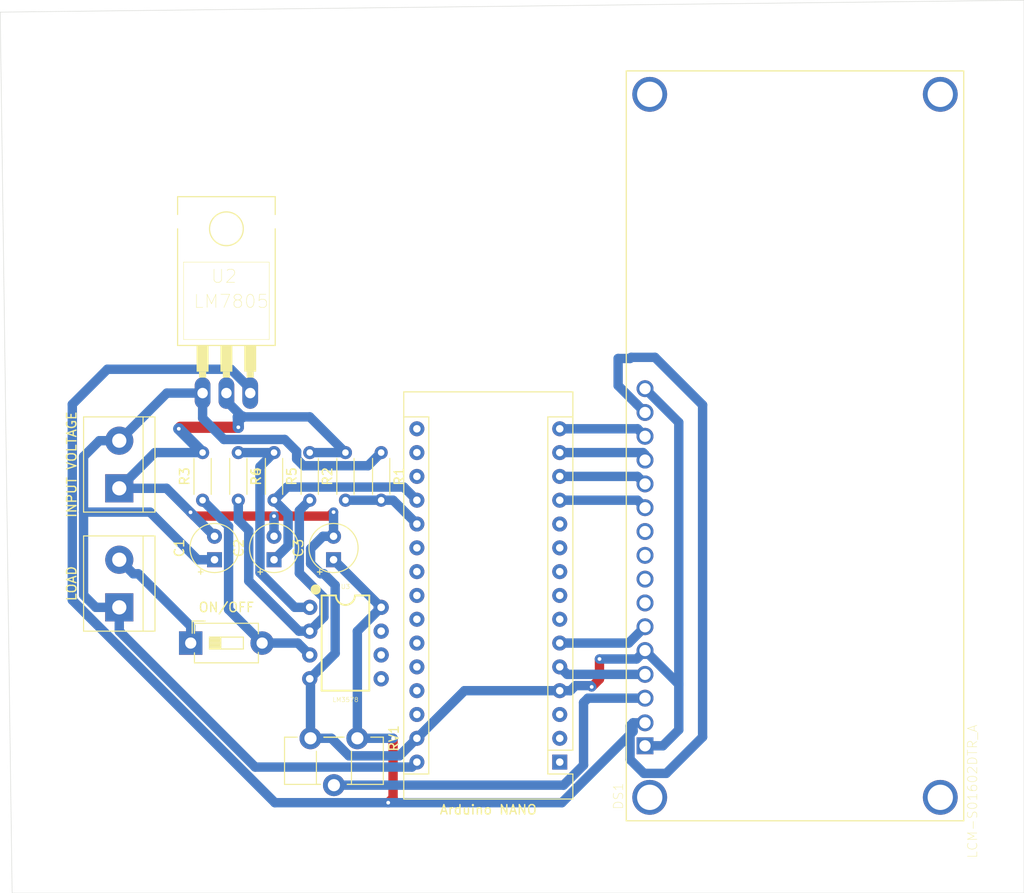
<source format=kicad_pcb>
(kicad_pcb (version 20171130) (host pcbnew "(5.1.2)-2")

  (general
    (thickness 1.6)
    (drawings 4)
    (tracks 176)
    (zones 0)
    (modules 17)
    (nets 43)
  )

  (page A4)
  (layers
    (0 F.Cu signal)
    (31 B.Cu signal)
    (32 B.Adhes user)
    (33 F.Adhes user)
    (34 B.Paste user)
    (35 F.Paste user)
    (36 B.SilkS user)
    (37 F.SilkS user)
    (38 B.Mask user)
    (39 F.Mask user)
    (40 Dwgs.User user)
    (41 Cmts.User user)
    (42 Eco1.User user)
    (43 Eco2.User user)
    (44 Edge.Cuts user)
    (45 Margin user)
    (46 B.CrtYd user)
    (47 F.CrtYd user)
    (48 B.Fab user)
    (49 F.Fab user)
  )

  (setup
    (last_trace_width 1.2)
    (user_trace_width 1)
    (user_trace_width 1.2)
    (trace_clearance 0.2)
    (zone_clearance 0.508)
    (zone_45_only no)
    (trace_min 0.2)
    (via_size 0.8)
    (via_drill 0.4)
    (via_min_size 0.4)
    (via_min_drill 0.3)
    (uvia_size 0.3)
    (uvia_drill 0.1)
    (uvias_allowed no)
    (uvia_min_size 0.2)
    (uvia_min_drill 0.1)
    (edge_width 0.05)
    (segment_width 0.2)
    (pcb_text_width 0.3)
    (pcb_text_size 1.5 1.5)
    (mod_edge_width 0.12)
    (mod_text_size 1 1)
    (mod_text_width 0.15)
    (pad_size 2.5 2.5)
    (pad_drill 1.2)
    (pad_to_mask_clearance 0.051)
    (solder_mask_min_width 0.25)
    (aux_axis_origin 0 0)
    (visible_elements 7FFFFFFF)
    (pcbplotparams
      (layerselection 0x010fc_ffffffff)
      (usegerberextensions true)
      (usegerberattributes false)
      (usegerberadvancedattributes false)
      (creategerberjobfile false)
      (excludeedgelayer true)
      (linewidth 0.100000)
      (plotframeref false)
      (viasonmask false)
      (mode 1)
      (useauxorigin false)
      (hpglpennumber 1)
      (hpglpenspeed 20)
      (hpglpendiameter 15.000000)
      (psnegative false)
      (psa4output false)
      (plotreference true)
      (plotvalue true)
      (plotinvisibletext false)
      (padsonsilk false)
      (subtractmaskfromsilk false)
      (outputformat 3)
      (mirror false)
      (drillshape 0)
      (scaleselection 1)
      (outputdirectory ""))
  )

  (net 0 "")
  (net 1 "Net-(A1-Pad1)")
  (net 2 "Net-(A1-Pad17)")
  (net 3 "Net-(A1-Pad2)")
  (net 4 "Net-(A1-Pad18)")
  (net 5 "Net-(A1-Pad3)")
  (net 6 /A0)
  (net 7 /GND)
  (net 8 /A1)
  (net 9 /D2)
  (net 10 "Net-(A1-Pad21)")
  (net 11 /D3)
  (net 12 "Net-(A1-Pad22)")
  (net 13 "Net-(A1-Pad7)")
  (net 14 "Net-(A1-Pad23)")
  (net 15 "Net-(A1-Pad8)")
  (net 16 "Net-(A1-Pad24)")
  (net 17 "Net-(A1-Pad9)")
  (net 18 "Net-(A1-Pad25)")
  (net 19 "Net-(A1-Pad10)")
  (net 20 "Net-(A1-Pad26)")
  (net 21 "Net-(A1-Pad11)")
  (net 22 "Net-(A1-Pad27)")
  (net 23 /D9)
  (net 24 "Net-(A1-Pad28)")
  (net 25 /D10)
  (net 26 /D11)
  (net 27 /V12)
  (net 28 /D12)
  (net 29 "Net-(A1-Pad16)")
  (net 30 /V5)
  (net 31 "Net-(DS1-Pad3)")
  (net 32 "Net-(DS1-Pad7)")
  (net 33 "Net-(DS1-Pad8)")
  (net 34 "Net-(DS1-Pad9)")
  (net 35 "Net-(DS1-Pad10)")
  (net 36 "Net-(J2-Pad2)")
  (net 37 "Net-(R3-Pad1)")
  (net 38 "Net-(R4-Pad2)")
  (net 39 "Net-(R4-Pad1)")
  (net 40 "Net-(U3-Pad7)")
  (net 41 "Net-(U3-Pad6)")
  (net 42 "Net-(U3-Pad5)")

  (net_class Default "This is the default net class."
    (clearance 0.2)
    (trace_width 0.25)
    (via_dia 0.8)
    (via_drill 0.4)
    (uvia_dia 0.3)
    (uvia_drill 0.1)
    (add_net /A0)
    (add_net /A1)
    (add_net /D10)
    (add_net /D11)
    (add_net /D12)
    (add_net /D2)
    (add_net /D3)
    (add_net /D9)
    (add_net /GND)
    (add_net /V12)
    (add_net /V5)
    (add_net "Net-(A1-Pad1)")
    (add_net "Net-(A1-Pad10)")
    (add_net "Net-(A1-Pad11)")
    (add_net "Net-(A1-Pad16)")
    (add_net "Net-(A1-Pad17)")
    (add_net "Net-(A1-Pad18)")
    (add_net "Net-(A1-Pad2)")
    (add_net "Net-(A1-Pad21)")
    (add_net "Net-(A1-Pad22)")
    (add_net "Net-(A1-Pad23)")
    (add_net "Net-(A1-Pad24)")
    (add_net "Net-(A1-Pad25)")
    (add_net "Net-(A1-Pad26)")
    (add_net "Net-(A1-Pad27)")
    (add_net "Net-(A1-Pad28)")
    (add_net "Net-(A1-Pad3)")
    (add_net "Net-(A1-Pad7)")
    (add_net "Net-(A1-Pad8)")
    (add_net "Net-(A1-Pad9)")
    (add_net "Net-(DS1-Pad10)")
    (add_net "Net-(DS1-Pad3)")
    (add_net "Net-(DS1-Pad7)")
    (add_net "Net-(DS1-Pad8)")
    (add_net "Net-(DS1-Pad9)")
    (add_net "Net-(J2-Pad2)")
    (add_net "Net-(R3-Pad1)")
    (add_net "Net-(R4-Pad1)")
    (add_net "Net-(R4-Pad2)")
    (add_net "Net-(U3-Pad5)")
    (add_net "Net-(U3-Pad6)")
    (add_net "Net-(U3-Pad7)")
  )

  (module Module:Arduino_Nano (layer F.Cu) (tedit 58ACAF70) (tstamp 5D6D98B2)
    (at 115.57 113.03 180)
    (descr "Arduino Nano, http://www.mouser.com/pdfdocs/Gravitech_Arduino_Nano3_0.pdf")
    (tags "Arduino Nano")
    (path /5D6FFF86)
    (fp_text reference "Arduino NANO" (at 7.62 -5.08) (layer F.SilkS)
      (effects (font (size 1 1) (thickness 0.15)))
    )
    (fp_text value Arduino_Nano_v3.x (at 8.89 19.05 90) (layer F.Fab)
      (effects (font (size 1 1) (thickness 0.15)))
    )
    (fp_text user %R (at 6.35 19.05 90) (layer F.Fab)
      (effects (font (size 1 1) (thickness 0.15)))
    )
    (fp_line (start 1.27 1.27) (end 1.27 -1.27) (layer F.SilkS) (width 0.12))
    (fp_line (start 1.27 -1.27) (end -1.4 -1.27) (layer F.SilkS) (width 0.12))
    (fp_line (start -1.4 1.27) (end -1.4 39.5) (layer F.SilkS) (width 0.12))
    (fp_line (start -1.4 -3.94) (end -1.4 -1.27) (layer F.SilkS) (width 0.12))
    (fp_line (start 13.97 -1.27) (end 16.64 -1.27) (layer F.SilkS) (width 0.12))
    (fp_line (start 13.97 -1.27) (end 13.97 36.83) (layer F.SilkS) (width 0.12))
    (fp_line (start 13.97 36.83) (end 16.64 36.83) (layer F.SilkS) (width 0.12))
    (fp_line (start 1.27 1.27) (end -1.4 1.27) (layer F.SilkS) (width 0.12))
    (fp_line (start 1.27 1.27) (end 1.27 36.83) (layer F.SilkS) (width 0.12))
    (fp_line (start 1.27 36.83) (end -1.4 36.83) (layer F.SilkS) (width 0.12))
    (fp_line (start 3.81 31.75) (end 11.43 31.75) (layer F.Fab) (width 0.1))
    (fp_line (start 11.43 31.75) (end 11.43 41.91) (layer F.Fab) (width 0.1))
    (fp_line (start 11.43 41.91) (end 3.81 41.91) (layer F.Fab) (width 0.1))
    (fp_line (start 3.81 41.91) (end 3.81 31.75) (layer F.Fab) (width 0.1))
    (fp_line (start -1.4 39.5) (end 16.64 39.5) (layer F.SilkS) (width 0.12))
    (fp_line (start 16.64 39.5) (end 16.64 -3.94) (layer F.SilkS) (width 0.12))
    (fp_line (start 16.64 -3.94) (end -1.4 -3.94) (layer F.SilkS) (width 0.12))
    (fp_line (start 16.51 39.37) (end -1.27 39.37) (layer F.Fab) (width 0.1))
    (fp_line (start -1.27 39.37) (end -1.27 -2.54) (layer F.Fab) (width 0.1))
    (fp_line (start -1.27 -2.54) (end 0 -3.81) (layer F.Fab) (width 0.1))
    (fp_line (start 0 -3.81) (end 16.51 -3.81) (layer F.Fab) (width 0.1))
    (fp_line (start 16.51 -3.81) (end 16.51 39.37) (layer F.Fab) (width 0.1))
    (fp_line (start -1.53 -4.06) (end 16.75 -4.06) (layer F.CrtYd) (width 0.05))
    (fp_line (start -1.53 -4.06) (end -1.53 42.16) (layer F.CrtYd) (width 0.05))
    (fp_line (start 16.75 42.16) (end 16.75 -4.06) (layer F.CrtYd) (width 0.05))
    (fp_line (start 16.75 42.16) (end -1.53 42.16) (layer F.CrtYd) (width 0.05))
    (pad 1 thru_hole rect (at 0 0 180) (size 1.6 1.6) (drill 0.8) (layers *.Cu *.Mask)
      (net 1 "Net-(A1-Pad1)"))
    (pad 17 thru_hole oval (at 15.24 33.02 180) (size 1.6 1.6) (drill 0.8) (layers *.Cu *.Mask)
      (net 2 "Net-(A1-Pad17)"))
    (pad 2 thru_hole oval (at 0 2.54 180) (size 1.6 1.6) (drill 0.8) (layers *.Cu *.Mask)
      (net 3 "Net-(A1-Pad2)"))
    (pad 18 thru_hole oval (at 15.24 30.48 180) (size 1.6 1.6) (drill 0.8) (layers *.Cu *.Mask)
      (net 4 "Net-(A1-Pad18)"))
    (pad 3 thru_hole oval (at 0 5.08 180) (size 1.6 1.6) (drill 0.8) (layers *.Cu *.Mask)
      (net 5 "Net-(A1-Pad3)"))
    (pad 19 thru_hole oval (at 15.24 27.94 180) (size 1.6 1.6) (drill 0.8) (layers *.Cu *.Mask)
      (net 6 /A0))
    (pad 4 thru_hole oval (at 0 7.62 180) (size 1.6 1.6) (drill 0.8) (layers *.Cu *.Mask)
      (net 7 /GND))
    (pad 20 thru_hole oval (at 15.24 25.4 180) (size 1.6 1.6) (drill 0.8) (layers *.Cu *.Mask)
      (net 8 /A1))
    (pad 5 thru_hole oval (at 0 10.16 180) (size 1.6 1.6) (drill 0.8) (layers *.Cu *.Mask)
      (net 9 /D2))
    (pad 21 thru_hole oval (at 15.24 22.86 180) (size 1.6 1.6) (drill 0.8) (layers *.Cu *.Mask)
      (net 10 "Net-(A1-Pad21)"))
    (pad 6 thru_hole oval (at 0 12.7 180) (size 1.6 1.6) (drill 0.8) (layers *.Cu *.Mask)
      (net 11 /D3))
    (pad 22 thru_hole oval (at 15.24 20.32 180) (size 1.6 1.6) (drill 0.8) (layers *.Cu *.Mask)
      (net 12 "Net-(A1-Pad22)"))
    (pad 7 thru_hole oval (at 0 15.24 180) (size 1.6 1.6) (drill 0.8) (layers *.Cu *.Mask)
      (net 13 "Net-(A1-Pad7)"))
    (pad 23 thru_hole oval (at 15.24 17.78 180) (size 1.6 1.6) (drill 0.8) (layers *.Cu *.Mask)
      (net 14 "Net-(A1-Pad23)"))
    (pad 8 thru_hole oval (at 0 17.78 180) (size 1.6 1.6) (drill 0.8) (layers *.Cu *.Mask)
      (net 15 "Net-(A1-Pad8)"))
    (pad 24 thru_hole oval (at 15.24 15.24 180) (size 1.6 1.6) (drill 0.8) (layers *.Cu *.Mask)
      (net 16 "Net-(A1-Pad24)"))
    (pad 9 thru_hole oval (at 0 20.32 180) (size 1.6 1.6) (drill 0.8) (layers *.Cu *.Mask)
      (net 17 "Net-(A1-Pad9)"))
    (pad 25 thru_hole oval (at 15.24 12.7 180) (size 1.6 1.6) (drill 0.8) (layers *.Cu *.Mask)
      (net 18 "Net-(A1-Pad25)"))
    (pad 10 thru_hole oval (at 0 22.86 180) (size 1.6 1.6) (drill 0.8) (layers *.Cu *.Mask)
      (net 19 "Net-(A1-Pad10)"))
    (pad 26 thru_hole oval (at 15.24 10.16 180) (size 1.6 1.6) (drill 0.8) (layers *.Cu *.Mask)
      (net 20 "Net-(A1-Pad26)"))
    (pad 11 thru_hole oval (at 0 25.4 180) (size 1.6 1.6) (drill 0.8) (layers *.Cu *.Mask)
      (net 21 "Net-(A1-Pad11)"))
    (pad 27 thru_hole oval (at 15.24 7.62 180) (size 1.6 1.6) (drill 0.8) (layers *.Cu *.Mask)
      (net 22 "Net-(A1-Pad27)"))
    (pad 12 thru_hole oval (at 0 27.94 180) (size 1.6 1.6) (drill 0.8) (layers *.Cu *.Mask)
      (net 23 /D9))
    (pad 28 thru_hole oval (at 15.24 5.08 180) (size 1.6 1.6) (drill 0.8) (layers *.Cu *.Mask)
      (net 24 "Net-(A1-Pad28)"))
    (pad 13 thru_hole oval (at 0 30.48 180) (size 1.6 1.6) (drill 0.8) (layers *.Cu *.Mask)
      (net 25 /D10))
    (pad 29 thru_hole oval (at 15.24 2.54 180) (size 1.6 1.6) (drill 0.8) (layers *.Cu *.Mask)
      (net 7 /GND))
    (pad 14 thru_hole oval (at 0 33.02 180) (size 1.6 1.6) (drill 0.8) (layers *.Cu *.Mask)
      (net 26 /D11))
    (pad 30 thru_hole oval (at 15.24 0 180) (size 1.6 1.6) (drill 0.8) (layers *.Cu *.Mask)
      (net 27 /V12))
    (pad 15 thru_hole oval (at 0 35.56 180) (size 1.6 1.6) (drill 0.8) (layers *.Cu *.Mask)
      (net 28 /D12))
    (pad 16 thru_hole oval (at 15.24 35.56 180) (size 1.6 1.6) (drill 0.8) (layers *.Cu *.Mask)
      (net 29 "Net-(A1-Pad16)"))
    (model ${KISYS3DMOD}/Module.3dshapes/Arduino_Nano_WithMountingHoles.wrl
      (at (xyz 0 0 0))
      (scale (xyz 1 1 1))
      (rotate (xyz 0 0 0))
    )
  )

  (module Capacitor_THT:CP_Radial_Tantal_D5.0mm_P2.50mm (layer F.Cu) (tedit 5AE50EF0) (tstamp 5D6D98C0)
    (at 78.74 91.44 90)
    (descr "CP, Radial_Tantal series, Radial, pin pitch=2.50mm, , diameter=5.0mm, Tantal Electrolytic Capacitor, http://cdn-reichelt.de/documents/datenblatt/B300/TANTAL-TB-Serie%23.pdf")
    (tags "CP Radial_Tantal series Radial pin pitch 2.50mm  diameter 5.0mm Tantal Electrolytic Capacitor")
    (path /5D6F7385)
    (fp_text reference C1 (at 1.25 -3.75 90) (layer F.SilkS)
      (effects (font (size 1 1) (thickness 0.15)))
    )
    (fp_text value C (at 1.27 5.08 90) (layer F.Fab)
      (effects (font (size 1 1) (thickness 0.15)))
    )
    (fp_text user %R (at 1.25 0 90) (layer F.Fab)
      (effects (font (size 1 1) (thickness 0.15)))
    )
    (fp_line (start -1.304775 -1.725) (end -1.304775 -1.225) (layer F.SilkS) (width 0.12))
    (fp_line (start -1.554775 -1.475) (end -1.054775 -1.475) (layer F.SilkS) (width 0.12))
    (fp_line (start -0.633605 -1.3375) (end -0.633605 -0.8375) (layer F.Fab) (width 0.1))
    (fp_line (start -0.883605 -1.0875) (end -0.383605 -1.0875) (layer F.Fab) (width 0.1))
    (fp_circle (center 1.25 0) (end 4 0) (layer F.CrtYd) (width 0.05))
    (fp_circle (center 1.25 0) (end 3.87 0) (layer F.SilkS) (width 0.12))
    (fp_circle (center 1.25 0) (end 3.75 0) (layer F.Fab) (width 0.1))
    (pad 2 thru_hole circle (at 2.5 0 90) (size 1.6 1.6) (drill 0.8) (layers *.Cu *.Mask)
      (net 7 /GND))
    (pad 1 thru_hole rect (at 0 0 90) (size 1.6 1.6) (drill 0.8) (layers *.Cu *.Mask)
      (net 27 /V12))
    (model ${KISYS3DMOD}/Capacitor_THT.3dshapes/CP_Radial_Tantal_D5.0mm_P2.50mm.wrl
      (at (xyz 0 0 0))
      (scale (xyz 1 1 1))
      (rotate (xyz 0 0 0))
    )
  )

  (module Capacitor_THT:CP_Radial_Tantal_D5.0mm_P2.50mm (layer F.Cu) (tedit 5AE50EF0) (tstamp 5D6D98CE)
    (at 85.09 91.44 90)
    (descr "CP, Radial_Tantal series, Radial, pin pitch=2.50mm, , diameter=5.0mm, Tantal Electrolytic Capacitor, http://cdn-reichelt.de/documents/datenblatt/B300/TANTAL-TB-Serie%23.pdf")
    (tags "CP Radial_Tantal series Radial pin pitch 2.50mm  diameter 5.0mm Tantal Electrolytic Capacitor")
    (path /5D70FA79)
    (fp_text reference C2 (at 1.25 -3.75 90) (layer F.SilkS)
      (effects (font (size 1 1) (thickness 0.15)))
    )
    (fp_text value C (at 1.25 3.75 90) (layer F.Fab)
      (effects (font (size 1 1) (thickness 0.15)))
    )
    (fp_circle (center 1.25 0) (end 3.75 0) (layer F.Fab) (width 0.1))
    (fp_circle (center 1.25 0) (end 3.87 0) (layer F.SilkS) (width 0.12))
    (fp_circle (center 1.25 0) (end 4 0) (layer F.CrtYd) (width 0.05))
    (fp_line (start -0.883605 -1.0875) (end -0.383605 -1.0875) (layer F.Fab) (width 0.1))
    (fp_line (start -0.633605 -1.3375) (end -0.633605 -0.8375) (layer F.Fab) (width 0.1))
    (fp_line (start -1.554775 -1.475) (end -1.054775 -1.475) (layer F.SilkS) (width 0.12))
    (fp_line (start -1.304775 -1.725) (end -1.304775 -1.225) (layer F.SilkS) (width 0.12))
    (fp_text user %R (at 1.25 0 90) (layer F.Fab)
      (effects (font (size 1 1) (thickness 0.15)))
    )
    (pad 1 thru_hole rect (at 0 0 90) (size 1.6 1.6) (drill 0.8) (layers *.Cu *.Mask)
      (net 6 /A0))
    (pad 2 thru_hole circle (at 2.5 0 90) (size 1.6 1.6) (drill 0.8) (layers *.Cu *.Mask)
      (net 7 /GND))
    (model ${KISYS3DMOD}/Capacitor_THT.3dshapes/CP_Radial_Tantal_D5.0mm_P2.50mm.wrl
      (at (xyz 0 0 0))
      (scale (xyz 1 1 1))
      (rotate (xyz 0 0 0))
    )
  )

  (module Capacitor_THT:CP_Radial_Tantal_D5.0mm_P2.50mm (layer F.Cu) (tedit 5AE50EF0) (tstamp 5D6D98DC)
    (at 91.44 91.44 90)
    (descr "CP, Radial_Tantal series, Radial, pin pitch=2.50mm, , diameter=5.0mm, Tantal Electrolytic Capacitor, http://cdn-reichelt.de/documents/datenblatt/B300/TANTAL-TB-Serie%23.pdf")
    (tags "CP Radial_Tantal series Radial pin pitch 2.50mm  diameter 5.0mm Tantal Electrolytic Capacitor")
    (path /5D6F77D6)
    (fp_text reference C3 (at 1.25 -3.75 90) (layer F.SilkS)
      (effects (font (size 1 1) (thickness 0.15)))
    )
    (fp_text value C (at 1.25 3.75 90) (layer F.Fab)
      (effects (font (size 1 1) (thickness 0.15)))
    )
    (fp_circle (center 1.25 0) (end 3.75 0) (layer F.Fab) (width 0.1))
    (fp_circle (center 1.25 0) (end 3.87 0) (layer F.SilkS) (width 0.12))
    (fp_circle (center 1.25 0) (end 4 0) (layer F.CrtYd) (width 0.05))
    (fp_line (start -0.883605 -1.0875) (end -0.383605 -1.0875) (layer F.Fab) (width 0.1))
    (fp_line (start -0.633605 -1.3375) (end -0.633605 -0.8375) (layer F.Fab) (width 0.1))
    (fp_line (start -1.554775 -1.475) (end -1.054775 -1.475) (layer F.SilkS) (width 0.12))
    (fp_line (start -1.304775 -1.725) (end -1.304775 -1.225) (layer F.SilkS) (width 0.12))
    (fp_text user %R (at 1.25 0 90) (layer F.Fab)
      (effects (font (size 1 1) (thickness 0.15)))
    )
    (pad 1 thru_hole rect (at 0 0 90) (size 1.6 1.6) (drill 0.8) (layers *.Cu *.Mask)
      (net 30 /V5))
    (pad 2 thru_hole circle (at 2.5 0 90) (size 1.6 1.6) (drill 0.8) (layers *.Cu *.Mask)
      (net 7 /GND))
    (model ${KISYS3DMOD}/Capacitor_THT.3dshapes/CP_Radial_Tantal_D5.0mm_P2.50mm.wrl
      (at (xyz 0 0 0))
      (scale (xyz 1 1 1))
      (rotate (xyz 0 0 0))
    )
  )

  (module LCM-S01602DTR_A:LCD_LCM-S01602DTR%2fA (layer F.Cu) (tedit 0) (tstamp 5D6D9924)
    (at 140.97 78.74 90)
    (path /5D711FAB)
    (fp_text reference DS1 (at -37.9222 -19.1411 90) (layer F.SilkS)
      (effects (font (size 1.00032 1.00032) (thickness 0.05)))
    )
    (fp_text value LCM-S01602DTR_A (at -37.4233 18.6391 90) (layer F.SilkS)
      (effects (font (size 1.00129 1.00129) (thickness 0.05)))
    )
    (fp_line (start -40.55 -18.3) (end -40.55 17.7) (layer F.SilkS) (width 0.127))
    (fp_line (start -40.55 17.7) (end 39.45 17.7) (layer F.SilkS) (width 0.127))
    (fp_line (start 39.45 17.7) (end 39.45 -18.3) (layer F.SilkS) (width 0.127))
    (fp_line (start 39.45 -18.3) (end -40.55 -18.3) (layer F.SilkS) (width 0.127))
    (fp_line (start -36 -13) (end -36 13) (layer Eco2.User) (width 0.127))
    (fp_line (start -36 13) (end 36 13) (layer Eco2.User) (width 0.127))
    (fp_line (start 36 13) (end 36 -13) (layer Eco2.User) (width 0.127))
    (fp_line (start 36 -13) (end -36 -13) (layer Eco2.User) (width 0.127))
    (fp_line (start -33 8) (end 33 8) (layer Eco2.User) (width 0.127))
    (fp_line (start 33 8) (end 33 -8) (layer Eco2.User) (width 0.127))
    (fp_line (start 33 -8) (end -33 -8) (layer Eco2.User) (width 0.127))
    (fp_line (start -33 -8) (end -33 8) (layer Eco2.User) (width 0.127))
    (fp_poly (pts (xy -31.0021 -7) (xy -28 -7) (xy -28 -1.00007) (xy -31.0021 -1.00007)) (layer Eco2.User) (width 0))
    (fp_poly (pts (xy -31.029 1) (xy -28 1) (xy -28 7.00655) (xy -31.029 7.00655)) (layer Eco2.User) (width 0))
    (fp_poly (pts (xy -27.0273 -7) (xy -24 -7) (xy -24 -1.00101) (xy -27.0273 -1.00101)) (layer Eco2.User) (width 0))
    (fp_poly (pts (xy -27.012 1) (xy -24 1) (xy -24 7.00312) (xy -27.012 7.00312)) (layer Eco2.User) (width 0))
    (fp_poly (pts (xy -23.0195 -7) (xy -20 -7) (xy -20 -1.00085) (xy -23.0195 -1.00085)) (layer Eco2.User) (width 0))
    (fp_poly (pts (xy -23.0273 1) (xy -20 1) (xy -20 7.0083) (xy -23.0273 7.0083)) (layer Eco2.User) (width 0))
    (fp_poly (pts (xy -19.0075 -7) (xy -16 -7) (xy -16 -1.0004) (xy -19.0075 -1.0004)) (layer Eco2.User) (width 0))
    (fp_poly (pts (xy -19.0146 1) (xy -16 1) (xy -16 7.00538) (xy -19.0146 7.00538)) (layer Eco2.User) (width 0))
    (fp_poly (pts (xy -15.0205 -7) (xy -12 -7) (xy -12 -1.00137) (xy -15.0205 -1.00137)) (layer Eco2.User) (width 0))
    (fp_poly (pts (xy -15.0273 1) (xy -12 1) (xy -12 7.01275) (xy -15.0273 7.01275)) (layer Eco2.User) (width 0))
    (fp_poly (pts (xy -11.0062 -7) (xy -8 -7) (xy -8 -1.00057) (xy -11.0062 -1.00057)) (layer Eco2.User) (width 0))
    (fp_poly (pts (xy -11.0095 1) (xy -8 1) (xy -8 7.00603) (xy -11.0095 7.00603)) (layer Eco2.User) (width 0))
    (fp_poly (pts (xy -7.00232 -7) (xy -4 -7) (xy -4 -1.00033) (xy -7.00232 -1.00033)) (layer Eco2.User) (width 0))
    (fp_poly (pts (xy -7.01291 1) (xy -4 1) (xy -4 7.01291) (xy -7.01291 7.01291)) (layer Eco2.User) (width 0))
    (fp_poly (pts (xy -3.00498 -7) (xy 0 -7) (xy 0 -1.00166) (xy -3.00498 -1.00166)) (layer Eco2.User) (width 0))
    (fp_poly (pts (xy -3.00416 1) (xy 0 1) (xy 0 7.00971) (xy -3.00416 7.00971)) (layer Eco2.User) (width 0))
    (fp_poly (pts (xy 1.00093 -7) (xy 4 -7) (xy 4 -1.00093) (xy 1.00093 -1.00093)) (layer Eco2.User) (width 0))
    (fp_poly (pts (xy 1.00088 1) (xy 4 1) (xy 4 7.00613) (xy 1.00088 7.00613)) (layer Eco2.User) (width 0))
    (fp_poly (pts (xy 5.00083 -7) (xy 8 -7) (xy 8 -1.00017) (xy 5.00083 -1.00017)) (layer Eco2.User) (width 0))
    (fp_poly (pts (xy 5.0039 1) (xy 8 1) (xy 8 7.00545) (xy 5.0039 7.00545)) (layer Eco2.User) (width 0))
    (fp_poly (pts (xy 9.01504 -7) (xy 12 -7) (xy 12 -1.00167) (xy 9.01504 -1.00167)) (layer Eco2.User) (width 0))
    (fp_poly (pts (xy 9.01749 1) (xy 12 1) (xy 12 7.0136) (xy 9.01749 7.0136)) (layer Eco2.User) (width 0))
    (fp_poly (pts (xy 13.0037 -7) (xy 16 -7) (xy 16 -1.00028) (xy 13.0037 -1.00028)) (layer Eco2.User) (width 0))
    (fp_poly (pts (xy 13.0028 1) (xy 16 1) (xy 16 7.0015) (xy 13.0028 7.0015)) (layer Eco2.User) (width 0))
    (fp_poly (pts (xy 17.0225 -7) (xy 20 -7) (xy 20 -1.00133) (xy 17.0225 -1.00133)) (layer Eco2.User) (width 0))
    (fp_poly (pts (xy 17.0172 1) (xy 20 1) (xy 20 7.00706) (xy 17.0172 7.00706)) (layer Eco2.User) (width 0))
    (fp_poly (pts (xy 21.037 -7) (xy 24 -7) (xy 24 -1.00176) (xy 21.037 -1.00176)) (layer Eco2.User) (width 0))
    (fp_poly (pts (xy 21.0321 1) (xy 24 1) (xy 24 7.01071) (xy 21.0321 7.01071)) (layer Eco2.User) (width 0))
    (fp_poly (pts (xy 25.0306 -7) (xy 28 -7) (xy 28 -1.00123) (xy 25.0306 -1.00123)) (layer Eco2.User) (width 0))
    (fp_poly (pts (xy 25.0192 1) (xy 28 1) (xy 28 7.00538) (xy 25.0192 7.00538)) (layer Eco2.User) (width 0))
    (fp_poly (pts (xy 29.039 -7) (xy 32 -7) (xy 32 -1.00134) (xy 29.039 -1.00134)) (layer Eco2.User) (width 0))
    (fp_poly (pts (xy 29.008 1) (xy 32 1) (xy 32 7.00194) (xy 29.008 7.00194)) (layer Eco2.User) (width 0))
    (fp_line (start -40.9 18) (end 39.8 18) (layer Eco1.User) (width 0.127))
    (fp_line (start 39.8 18) (end 39.8 -18.6) (layer Eco1.User) (width 0.127))
    (fp_line (start 39.8 -18.6) (end -40.9 -18.6) (layer Eco1.User) (width 0.127))
    (fp_line (start -40.9 -18.6) (end -40.9 18) (layer Eco1.User) (width 0.127))
    (pad 1 thru_hole rect (at -32.55 -16.3 90) (size 1.8 1.8) (drill 1.2) (layers *.Cu *.Mask)
      (net 7 /GND))
    (pad 2 thru_hole circle (at -30.1 -16.3 90) (size 1.8 1.8) (drill 1.2) (layers *.Cu *.Mask)
      (net 30 /V5))
    (pad 3 thru_hole circle (at -27.47 -16.3 90) (size 1.8 1.8) (drill 1.2) (layers *.Cu *.Mask)
      (net 31 "Net-(DS1-Pad3)"))
    (pad 4 thru_hole circle (at -24.93 -16.3 90) (size 1.8 1.8) (drill 1.2) (layers *.Cu *.Mask)
      (net 9 /D2))
    (pad 5 thru_hole circle (at -22.39 -16.3 90) (size 1.8 1.8) (drill 1.2) (layers *.Cu *.Mask)
      (net 7 /GND))
    (pad 6 thru_hole circle (at -19.85 -16.3 90) (size 1.8 1.8) (drill 1.2) (layers *.Cu *.Mask)
      (net 11 /D3))
    (pad 7 thru_hole circle (at -17.31 -16.3 90) (size 1.8 1.8) (drill 1.2) (layers *.Cu *.Mask)
      (net 32 "Net-(DS1-Pad7)"))
    (pad 8 thru_hole circle (at -14.77 -16.3 90) (size 1.8 1.8) (drill 1.2) (layers *.Cu *.Mask)
      (net 33 "Net-(DS1-Pad8)"))
    (pad 9 thru_hole circle (at -12.23 -16.3 90) (size 1.8 1.8) (drill 1.2) (layers *.Cu *.Mask)
      (net 34 "Net-(DS1-Pad9)"))
    (pad 10 thru_hole circle (at -9.69 -16.3 90) (size 1.8 1.8) (drill 1.2) (layers *.Cu *.Mask)
      (net 35 "Net-(DS1-Pad10)"))
    (pad 11 thru_hole circle (at -7.15 -16.3 90) (size 1.8 1.8) (drill 1.2) (layers *.Cu *.Mask)
      (net 23 /D9))
    (pad 12 thru_hole circle (at -4.61 -16.3 90) (size 1.8 1.8) (drill 1.2) (layers *.Cu *.Mask)
      (net 25 /D10))
    (pad 13 thru_hole circle (at -2.07 -16.3 90) (size 1.8 1.8) (drill 1.2) (layers *.Cu *.Mask)
      (net 26 /D11))
    (pad 14 thru_hole circle (at 0.47 -16.3 90) (size 1.8 1.8) (drill 1.2) (layers *.Cu *.Mask)
      (net 28 /D12))
    (pad 15 thru_hole circle (at 3.01 -16.3 90) (size 1.8 1.8) (drill 1.2) (layers *.Cu *.Mask)
      (net 30 /V5))
    (pad 16 thru_hole circle (at 5.55 -16.3 90) (size 1.8 1.8) (drill 1.2) (layers *.Cu *.Mask)
      (net 7 /GND))
    (pad 17 thru_hole circle (at -38.05 -15.8 90) (size 3.716 3.716) (drill 2.7) (layers *.Cu *.Mask))
    (pad 18 thru_hole circle (at -38.05 15.2 90) (size 3.716 3.716) (drill 2.7) (layers *.Cu *.Mask))
    (pad 19 thru_hole circle (at 36.95 -15.8 90) (size 3.716 3.716) (drill 2.7) (layers *.Cu *.Mask))
    (pad 20 thru_hole circle (at 36.95 15.2 90) (size 3.716 3.716) (drill 2.7) (layers *.Cu *.Mask))
  )

  (module TerminalBlock:TerminalBlock_bornier-2_P5.08mm (layer F.Cu) (tedit 59FF03AB) (tstamp 5D6D9939)
    (at 68.58 83.82 90)
    (descr "simple 2-pin terminal block, pitch 5.08mm, revamped version of bornier2")
    (tags "terminal block bornier2")
    (path /5D6F6969)
    (fp_text reference "INPUT VOLTAGE" (at 2.54 -5.08 90) (layer F.SilkS)
      (effects (font (size 1 1) (thickness 0.15)))
    )
    (fp_text value Conn_01x02_Female (at 2.54 5.08 90) (layer F.Fab)
      (effects (font (size 1 1) (thickness 0.15)))
    )
    (fp_text user %R (at 2.54 0 90) (layer F.Fab)
      (effects (font (size 1 1) (thickness 0.15)))
    )
    (fp_line (start -2.41 2.55) (end 7.49 2.55) (layer F.Fab) (width 0.1))
    (fp_line (start -2.46 -3.75) (end -2.46 3.75) (layer F.Fab) (width 0.1))
    (fp_line (start -2.46 3.75) (end 7.54 3.75) (layer F.Fab) (width 0.1))
    (fp_line (start 7.54 3.75) (end 7.54 -3.75) (layer F.Fab) (width 0.1))
    (fp_line (start 7.54 -3.75) (end -2.46 -3.75) (layer F.Fab) (width 0.1))
    (fp_line (start 7.62 2.54) (end -2.54 2.54) (layer F.SilkS) (width 0.12))
    (fp_line (start 7.62 3.81) (end 7.62 -3.81) (layer F.SilkS) (width 0.12))
    (fp_line (start 7.62 -3.81) (end -2.54 -3.81) (layer F.SilkS) (width 0.12))
    (fp_line (start -2.54 -3.81) (end -2.54 3.81) (layer F.SilkS) (width 0.12))
    (fp_line (start -2.54 3.81) (end 7.62 3.81) (layer F.SilkS) (width 0.12))
    (fp_line (start -2.71 -4) (end 7.79 -4) (layer F.CrtYd) (width 0.05))
    (fp_line (start -2.71 -4) (end -2.71 4) (layer F.CrtYd) (width 0.05))
    (fp_line (start 7.79 4) (end 7.79 -4) (layer F.CrtYd) (width 0.05))
    (fp_line (start 7.79 4) (end -2.71 4) (layer F.CrtYd) (width 0.05))
    (pad 1 thru_hole rect (at 0 0 90) (size 3 3) (drill 1.52) (layers *.Cu *.Mask)
      (net 7 /GND))
    (pad 2 thru_hole circle (at 5.08 0 90) (size 3 3) (drill 1.52) (layers *.Cu *.Mask)
      (net 27 /V12))
    (model ${KISYS3DMOD}/TerminalBlock.3dshapes/TerminalBlock_bornier-2_P5.08mm.wrl
      (offset (xyz 2.539999961853027 0 0))
      (scale (xyz 1 1 1))
      (rotate (xyz 0 0 0))
    )
  )

  (module TerminalBlock:TerminalBlock_bornier-2_P5.08mm (layer F.Cu) (tedit 59FF03AB) (tstamp 5D6D994E)
    (at 68.58 96.52 90)
    (descr "simple 2-pin terminal block, pitch 5.08mm, revamped version of bornier2")
    (tags "terminal block bornier2")
    (path /5D6F8DDA)
    (fp_text reference LOAD (at 2.54 -5.08 90) (layer F.SilkS)
      (effects (font (size 1 1) (thickness 0.15)))
    )
    (fp_text value Conn_01x02_Female (at 2.54 5.08 90) (layer F.Fab)
      (effects (font (size 1 1) (thickness 0.15)))
    )
    (fp_line (start 7.79 4) (end -2.71 4) (layer F.CrtYd) (width 0.05))
    (fp_line (start 7.79 4) (end 7.79 -4) (layer F.CrtYd) (width 0.05))
    (fp_line (start -2.71 -4) (end -2.71 4) (layer F.CrtYd) (width 0.05))
    (fp_line (start -2.71 -4) (end 7.79 -4) (layer F.CrtYd) (width 0.05))
    (fp_line (start -2.54 3.81) (end 7.62 3.81) (layer F.SilkS) (width 0.12))
    (fp_line (start -2.54 -3.81) (end -2.54 3.81) (layer F.SilkS) (width 0.12))
    (fp_line (start 7.62 -3.81) (end -2.54 -3.81) (layer F.SilkS) (width 0.12))
    (fp_line (start 7.62 3.81) (end 7.62 -3.81) (layer F.SilkS) (width 0.12))
    (fp_line (start 7.62 2.54) (end -2.54 2.54) (layer F.SilkS) (width 0.12))
    (fp_line (start 7.54 -3.75) (end -2.46 -3.75) (layer F.Fab) (width 0.1))
    (fp_line (start 7.54 3.75) (end 7.54 -3.75) (layer F.Fab) (width 0.1))
    (fp_line (start -2.46 3.75) (end 7.54 3.75) (layer F.Fab) (width 0.1))
    (fp_line (start -2.46 -3.75) (end -2.46 3.75) (layer F.Fab) (width 0.1))
    (fp_line (start -2.41 2.55) (end 7.49 2.55) (layer F.Fab) (width 0.1))
    (fp_text user %R (at 2.54 0 90) (layer F.Fab)
      (effects (font (size 1 1) (thickness 0.15)))
    )
    (pad 2 thru_hole circle (at 5.08 0 90) (size 3 3) (drill 1.52) (layers *.Cu *.Mask)
      (net 36 "Net-(J2-Pad2)"))
    (pad 1 thru_hole rect (at 0 0 90) (size 3 3) (drill 1.52) (layers *.Cu *.Mask)
      (net 27 /V12))
    (model ${KISYS3DMOD}/TerminalBlock.3dshapes/TerminalBlock_bornier-2_P5.08mm.wrl
      (offset (xyz 2.539999961853027 0 0))
      (scale (xyz 1 1 1))
      (rotate (xyz 0 0 0))
    )
  )

  (module Resistor_THT:R_Axial_DIN0204_L3.6mm_D1.6mm_P5.08mm_Horizontal (layer F.Cu) (tedit 5AE5139B) (tstamp 5D6D9961)
    (at 96.52 80.01 270)
    (descr "Resistor, Axial_DIN0204 series, Axial, Horizontal, pin pitch=5.08mm, 0.167W, length*diameter=3.6*1.6mm^2, http://cdn-reichelt.de/documents/datenblatt/B400/1_4W%23YAG.pdf")
    (tags "Resistor Axial_DIN0204 series Axial Horizontal pin pitch 5.08mm 0.167W length 3.6mm diameter 1.6mm")
    (path /5D6F981A)
    (fp_text reference R1 (at 2.54 -1.92 90) (layer F.SilkS)
      (effects (font (size 1 1) (thickness 0.15)))
    )
    (fp_text value R (at 2.54 1.92 90) (layer F.Fab)
      (effects (font (size 1 1) (thickness 0.15)))
    )
    (fp_text user %R (at 2.54 0 90) (layer F.Fab)
      (effects (font (size 0.72 0.72) (thickness 0.108)))
    )
    (fp_line (start 6.03 -1.05) (end -0.95 -1.05) (layer F.CrtYd) (width 0.05))
    (fp_line (start 6.03 1.05) (end 6.03 -1.05) (layer F.CrtYd) (width 0.05))
    (fp_line (start -0.95 1.05) (end 6.03 1.05) (layer F.CrtYd) (width 0.05))
    (fp_line (start -0.95 -1.05) (end -0.95 1.05) (layer F.CrtYd) (width 0.05))
    (fp_line (start 0.62 0.92) (end 4.46 0.92) (layer F.SilkS) (width 0.12))
    (fp_line (start 0.62 -0.92) (end 4.46 -0.92) (layer F.SilkS) (width 0.12))
    (fp_line (start 5.08 0) (end 4.34 0) (layer F.Fab) (width 0.1))
    (fp_line (start 0 0) (end 0.74 0) (layer F.Fab) (width 0.1))
    (fp_line (start 4.34 -0.8) (end 0.74 -0.8) (layer F.Fab) (width 0.1))
    (fp_line (start 4.34 0.8) (end 4.34 -0.8) (layer F.Fab) (width 0.1))
    (fp_line (start 0.74 0.8) (end 4.34 0.8) (layer F.Fab) (width 0.1))
    (fp_line (start 0.74 -0.8) (end 0.74 0.8) (layer F.Fab) (width 0.1))
    (pad 2 thru_hole oval (at 5.08 0 270) (size 1.4 1.4) (drill 0.7) (layers *.Cu *.Mask)
      (net 8 /A1))
    (pad 1 thru_hole circle (at 0 0 270) (size 1.4 1.4) (drill 0.7) (layers *.Cu *.Mask)
      (net 27 /V12))
    (model ${KISYS3DMOD}/Resistor_THT.3dshapes/R_Axial_DIN0204_L3.6mm_D1.6mm_P5.08mm_Horizontal.wrl
      (at (xyz 0 0 0))
      (scale (xyz 1 1 1))
      (rotate (xyz 0 0 0))
    )
  )

  (module Resistor_THT:R_Axial_DIN0204_L3.6mm_D1.6mm_P5.08mm_Horizontal (layer F.Cu) (tedit 5AE5139B) (tstamp 5D6D9974)
    (at 92.71 85.09 90)
    (descr "Resistor, Axial_DIN0204 series, Axial, Horizontal, pin pitch=5.08mm, 0.167W, length*diameter=3.6*1.6mm^2, http://cdn-reichelt.de/documents/datenblatt/B400/1_4W%23YAG.pdf")
    (tags "Resistor Axial_DIN0204 series Axial Horizontal pin pitch 5.08mm 0.167W length 3.6mm diameter 1.6mm")
    (path /5D6F9DDF)
    (fp_text reference R2 (at 2.54 -1.92 90) (layer F.SilkS)
      (effects (font (size 1 1) (thickness 0.15)))
    )
    (fp_text value R (at 2.54 1.92 90) (layer F.Fab)
      (effects (font (size 1 1) (thickness 0.15)))
    )
    (fp_line (start 0.74 -0.8) (end 0.74 0.8) (layer F.Fab) (width 0.1))
    (fp_line (start 0.74 0.8) (end 4.34 0.8) (layer F.Fab) (width 0.1))
    (fp_line (start 4.34 0.8) (end 4.34 -0.8) (layer F.Fab) (width 0.1))
    (fp_line (start 4.34 -0.8) (end 0.74 -0.8) (layer F.Fab) (width 0.1))
    (fp_line (start 0 0) (end 0.74 0) (layer F.Fab) (width 0.1))
    (fp_line (start 5.08 0) (end 4.34 0) (layer F.Fab) (width 0.1))
    (fp_line (start 0.62 -0.92) (end 4.46 -0.92) (layer F.SilkS) (width 0.12))
    (fp_line (start 0.62 0.92) (end 4.46 0.92) (layer F.SilkS) (width 0.12))
    (fp_line (start -0.95 -1.05) (end -0.95 1.05) (layer F.CrtYd) (width 0.05))
    (fp_line (start -0.95 1.05) (end 6.03 1.05) (layer F.CrtYd) (width 0.05))
    (fp_line (start 6.03 1.05) (end 6.03 -1.05) (layer F.CrtYd) (width 0.05))
    (fp_line (start 6.03 -1.05) (end -0.95 -1.05) (layer F.CrtYd) (width 0.05))
    (fp_text user %R (at 2.54 0 90) (layer F.Fab)
      (effects (font (size 0.72 0.72) (thickness 0.108)))
    )
    (pad 1 thru_hole circle (at 0 0 90) (size 1.4 1.4) (drill 0.7) (layers *.Cu *.Mask)
      (net 8 /A1))
    (pad 2 thru_hole oval (at 5.08 0 90) (size 1.4 1.4) (drill 0.7) (layers *.Cu *.Mask)
      (net 7 /GND))
    (model ${KISYS3DMOD}/Resistor_THT.3dshapes/R_Axial_DIN0204_L3.6mm_D1.6mm_P5.08mm_Horizontal.wrl
      (at (xyz 0 0 0))
      (scale (xyz 1 1 1))
      (rotate (xyz 0 0 0))
    )
  )

  (module Resistor_THT:R_Axial_DIN0204_L3.6mm_D1.6mm_P5.08mm_Horizontal (layer F.Cu) (tedit 5AE5139B) (tstamp 5D6D9987)
    (at 77.47 85.09 90)
    (descr "Resistor, Axial_DIN0204 series, Axial, Horizontal, pin pitch=5.08mm, 0.167W, length*diameter=3.6*1.6mm^2, http://cdn-reichelt.de/documents/datenblatt/B400/1_4W%23YAG.pdf")
    (tags "Resistor Axial_DIN0204 series Axial Horizontal pin pitch 5.08mm 0.167W length 3.6mm diameter 1.6mm")
    (path /5D6FB41F)
    (fp_text reference R3 (at 2.54 -1.92 90) (layer F.SilkS)
      (effects (font (size 1 1) (thickness 0.15)))
    )
    (fp_text value R (at 2.54 1.92 90) (layer F.Fab)
      (effects (font (size 1 1) (thickness 0.15)))
    )
    (fp_line (start 0.74 -0.8) (end 0.74 0.8) (layer F.Fab) (width 0.1))
    (fp_line (start 0.74 0.8) (end 4.34 0.8) (layer F.Fab) (width 0.1))
    (fp_line (start 4.34 0.8) (end 4.34 -0.8) (layer F.Fab) (width 0.1))
    (fp_line (start 4.34 -0.8) (end 0.74 -0.8) (layer F.Fab) (width 0.1))
    (fp_line (start 0 0) (end 0.74 0) (layer F.Fab) (width 0.1))
    (fp_line (start 5.08 0) (end 4.34 0) (layer F.Fab) (width 0.1))
    (fp_line (start 0.62 -0.92) (end 4.46 -0.92) (layer F.SilkS) (width 0.12))
    (fp_line (start 0.62 0.92) (end 4.46 0.92) (layer F.SilkS) (width 0.12))
    (fp_line (start -0.95 -1.05) (end -0.95 1.05) (layer F.CrtYd) (width 0.05))
    (fp_line (start -0.95 1.05) (end 6.03 1.05) (layer F.CrtYd) (width 0.05))
    (fp_line (start 6.03 1.05) (end 6.03 -1.05) (layer F.CrtYd) (width 0.05))
    (fp_line (start 6.03 -1.05) (end -0.95 -1.05) (layer F.CrtYd) (width 0.05))
    (fp_text user %R (at 2.54 0 90) (layer F.Fab)
      (effects (font (size 0.72 0.72) (thickness 0.108)))
    )
    (pad 1 thru_hole circle (at 0 0 90) (size 1.4 1.4) (drill 0.7) (layers *.Cu *.Mask)
      (net 37 "Net-(R3-Pad1)"))
    (pad 2 thru_hole oval (at 5.08 0 90) (size 1.4 1.4) (drill 0.7) (layers *.Cu *.Mask)
      (net 7 /GND))
    (model ${KISYS3DMOD}/Resistor_THT.3dshapes/R_Axial_DIN0204_L3.6mm_D1.6mm_P5.08mm_Horizontal.wrl
      (at (xyz 0 0 0))
      (scale (xyz 1 1 1))
      (rotate (xyz 0 0 0))
    )
  )

  (module Resistor_THT:R_Axial_DIN0204_L3.6mm_D1.6mm_P5.08mm_Horizontal (layer F.Cu) (tedit 5AE5139B) (tstamp 5D6D999A)
    (at 81.28 80.01 270)
    (descr "Resistor, Axial_DIN0204 series, Axial, Horizontal, pin pitch=5.08mm, 0.167W, length*diameter=3.6*1.6mm^2, http://cdn-reichelt.de/documents/datenblatt/B400/1_4W%23YAG.pdf")
    (tags "Resistor Axial_DIN0204 series Axial Horizontal pin pitch 5.08mm 0.167W length 3.6mm diameter 1.6mm")
    (path /5D6FA454)
    (fp_text reference R4 (at 2.54 -1.92 90) (layer F.SilkS)
      (effects (font (size 1 1) (thickness 0.15)))
    )
    (fp_text value R (at 2.54 1.92 90) (layer F.Fab)
      (effects (font (size 1 1) (thickness 0.15)))
    )
    (fp_text user %R (at 2.54 0) (layer F.Fab)
      (effects (font (size 0.72 0.72) (thickness 0.108)))
    )
    (fp_line (start 6.03 -1.05) (end -0.95 -1.05) (layer F.CrtYd) (width 0.05))
    (fp_line (start 6.03 1.05) (end 6.03 -1.05) (layer F.CrtYd) (width 0.05))
    (fp_line (start -0.95 1.05) (end 6.03 1.05) (layer F.CrtYd) (width 0.05))
    (fp_line (start -0.95 -1.05) (end -0.95 1.05) (layer F.CrtYd) (width 0.05))
    (fp_line (start 0.62 0.92) (end 4.46 0.92) (layer F.SilkS) (width 0.12))
    (fp_line (start 0.62 -0.92) (end 4.46 -0.92) (layer F.SilkS) (width 0.12))
    (fp_line (start 5.08 0) (end 4.34 0) (layer F.Fab) (width 0.1))
    (fp_line (start 0 0) (end 0.74 0) (layer F.Fab) (width 0.1))
    (fp_line (start 4.34 -0.8) (end 0.74 -0.8) (layer F.Fab) (width 0.1))
    (fp_line (start 4.34 0.8) (end 4.34 -0.8) (layer F.Fab) (width 0.1))
    (fp_line (start 0.74 0.8) (end 4.34 0.8) (layer F.Fab) (width 0.1))
    (fp_line (start 0.74 -0.8) (end 0.74 0.8) (layer F.Fab) (width 0.1))
    (pad 2 thru_hole oval (at 5.08 0 270) (size 1.4 1.4) (drill 0.7) (layers *.Cu *.Mask)
      (net 38 "Net-(R4-Pad2)"))
    (pad 1 thru_hole circle (at 0 0 270) (size 1.4 1.4) (drill 0.7) (layers *.Cu *.Mask)
      (net 39 "Net-(R4-Pad1)"))
    (model ${KISYS3DMOD}/Resistor_THT.3dshapes/R_Axial_DIN0204_L3.6mm_D1.6mm_P5.08mm_Horizontal.wrl
      (at (xyz 0 0 0))
      (scale (xyz 1 1 1))
      (rotate (xyz 0 0 0))
    )
  )

  (module Resistor_THT:R_Axial_DIN0204_L3.6mm_D1.6mm_P5.08mm_Horizontal (layer F.Cu) (tedit 5AE5139B) (tstamp 5D6D99AD)
    (at 88.9 85.09 90)
    (descr "Resistor, Axial_DIN0204 series, Axial, Horizontal, pin pitch=5.08mm, 0.167W, length*diameter=3.6*1.6mm^2, http://cdn-reichelt.de/documents/datenblatt/B400/1_4W%23YAG.pdf")
    (tags "Resistor Axial_DIN0204 series Axial Horizontal pin pitch 5.08mm 0.167W length 3.6mm diameter 1.6mm")
    (path /5D6FAC7A)
    (fp_text reference R5 (at 2.54 -1.92 90) (layer F.SilkS)
      (effects (font (size 1 1) (thickness 0.15)))
    )
    (fp_text value R (at 2.54 1.92 90) (layer F.Fab)
      (effects (font (size 1 1) (thickness 0.15)))
    )
    (fp_line (start 0.74 -0.8) (end 0.74 0.8) (layer F.Fab) (width 0.1))
    (fp_line (start 0.74 0.8) (end 4.34 0.8) (layer F.Fab) (width 0.1))
    (fp_line (start 4.34 0.8) (end 4.34 -0.8) (layer F.Fab) (width 0.1))
    (fp_line (start 4.34 -0.8) (end 0.74 -0.8) (layer F.Fab) (width 0.1))
    (fp_line (start 0 0) (end 0.74 0) (layer F.Fab) (width 0.1))
    (fp_line (start 5.08 0) (end 4.34 0) (layer F.Fab) (width 0.1))
    (fp_line (start 0.62 -0.92) (end 4.46 -0.92) (layer F.SilkS) (width 0.12))
    (fp_line (start 0.62 0.92) (end 4.46 0.92) (layer F.SilkS) (width 0.12))
    (fp_line (start -0.95 -1.05) (end -0.95 1.05) (layer F.CrtYd) (width 0.05))
    (fp_line (start -0.95 1.05) (end 6.03 1.05) (layer F.CrtYd) (width 0.05))
    (fp_line (start 6.03 1.05) (end 6.03 -1.05) (layer F.CrtYd) (width 0.05))
    (fp_line (start 6.03 -1.05) (end -0.95 -1.05) (layer F.CrtYd) (width 0.05))
    (fp_text user %R (at 2.54 0 90) (layer F.Fab)
      (effects (font (size 0.72 0.72) (thickness 0.108)))
    )
    (pad 1 thru_hole circle (at 0 0 90) (size 1.4 1.4) (drill 0.7) (layers *.Cu *.Mask)
      (net 38 "Net-(R4-Pad2)"))
    (pad 2 thru_hole oval (at 5.08 0 90) (size 1.4 1.4) (drill 0.7) (layers *.Cu *.Mask)
      (net 7 /GND))
    (model ${KISYS3DMOD}/Resistor_THT.3dshapes/R_Axial_DIN0204_L3.6mm_D1.6mm_P5.08mm_Horizontal.wrl
      (at (xyz 0 0 0))
      (scale (xyz 1 1 1))
      (rotate (xyz 0 0 0))
    )
  )

  (module Resistor_THT:R_Axial_DIN0204_L3.6mm_D1.6mm_P5.08mm_Horizontal (layer F.Cu) (tedit 5AE5139B) (tstamp 5D6D99C0)
    (at 85.09 85.09 90)
    (descr "Resistor, Axial_DIN0204 series, Axial, Horizontal, pin pitch=5.08mm, 0.167W, length*diameter=3.6*1.6mm^2, http://cdn-reichelt.de/documents/datenblatt/B400/1_4W%23YAG.pdf")
    (tags "Resistor Axial_DIN0204 series Axial Horizontal pin pitch 5.08mm 0.167W length 3.6mm diameter 1.6mm")
    (path /5D6FC002)
    (fp_text reference R6 (at 2.54 -1.92 90) (layer F.SilkS)
      (effects (font (size 1 1) (thickness 0.15)))
    )
    (fp_text value R (at 2.54 1.92 90) (layer F.Fab)
      (effects (font (size 1 1) (thickness 0.15)))
    )
    (fp_text user %R (at 2.54 0 90) (layer F.Fab)
      (effects (font (size 0.72 0.72) (thickness 0.108)))
    )
    (fp_line (start 6.03 -1.05) (end -0.95 -1.05) (layer F.CrtYd) (width 0.05))
    (fp_line (start 6.03 1.05) (end 6.03 -1.05) (layer F.CrtYd) (width 0.05))
    (fp_line (start -0.95 1.05) (end 6.03 1.05) (layer F.CrtYd) (width 0.05))
    (fp_line (start -0.95 -1.05) (end -0.95 1.05) (layer F.CrtYd) (width 0.05))
    (fp_line (start 0.62 0.92) (end 4.46 0.92) (layer F.SilkS) (width 0.12))
    (fp_line (start 0.62 -0.92) (end 4.46 -0.92) (layer F.SilkS) (width 0.12))
    (fp_line (start 5.08 0) (end 4.34 0) (layer F.Fab) (width 0.1))
    (fp_line (start 0 0) (end 0.74 0) (layer F.Fab) (width 0.1))
    (fp_line (start 4.34 -0.8) (end 0.74 -0.8) (layer F.Fab) (width 0.1))
    (fp_line (start 4.34 0.8) (end 4.34 -0.8) (layer F.Fab) (width 0.1))
    (fp_line (start 0.74 0.8) (end 4.34 0.8) (layer F.Fab) (width 0.1))
    (fp_line (start 0.74 -0.8) (end 0.74 0.8) (layer F.Fab) (width 0.1))
    (pad 2 thru_hole oval (at 5.08 0 90) (size 1.4 1.4) (drill 0.7) (layers *.Cu *.Mask)
      (net 39 "Net-(R4-Pad1)"))
    (pad 1 thru_hole circle (at 0 0 90) (size 1.4 1.4) (drill 0.7) (layers *.Cu *.Mask)
      (net 6 /A0))
    (model ${KISYS3DMOD}/Resistor_THT.3dshapes/R_Axial_DIN0204_L3.6mm_D1.6mm_P5.08mm_Horizontal.wrl
      (at (xyz 0 0 0))
      (scale (xyz 1 1 1))
      (rotate (xyz 0 0 0))
    )
  )

  (module Potentiometer_THT:Potentiometer_Piher_PT-10-H05_Horizontal (layer F.Cu) (tedit 5A3D4993) (tstamp 5D6D99E0)
    (at 93.98 110.49 270)
    (descr "Potentiometer, horizontal, Piher PT-10-H05, http://www.piher-nacesa.com/pdf/12-PT10v03.pdf")
    (tags "Potentiometer horizontal Piher PT-10-H05")
    (path /5D727037)
    (fp_text reference RV1 (at 0 -3.9 90) (layer F.SilkS)
      (effects (font (size 1 1) (thickness 0.15)))
    )
    (fp_text value R_POT (at 0 8.9 90) (layer F.Fab)
      (effects (font (size 1 1) (thickness 0.15)))
    )
    (fp_line (start 4.8 -2.65) (end 4.8 7.65) (layer F.Fab) (width 0.1))
    (fp_line (start 4.8 7.65) (end 0 7.65) (layer F.Fab) (width 0.1))
    (fp_line (start 0 7.65) (end 0 -2.65) (layer F.Fab) (width 0.1))
    (fp_line (start 0 -2.65) (end 4.8 -2.65) (layer F.Fab) (width 0.1))
    (fp_line (start 0 0.75) (end 0 4.25) (layer F.Fab) (width 0.1))
    (fp_line (start 0 4.25) (end 4.8 4.25) (layer F.Fab) (width 0.1))
    (fp_line (start 4.8 4.25) (end 4.8 0.75) (layer F.Fab) (width 0.1))
    (fp_line (start 4.8 0.75) (end 0 0.75) (layer F.Fab) (width 0.1))
    (fp_line (start -0.121 -2.771) (end 4.92 -2.771) (layer F.SilkS) (width 0.12))
    (fp_line (start -0.121 7.77) (end 4.92 7.77) (layer F.SilkS) (width 0.12))
    (fp_line (start 4.92 -2.771) (end 4.92 1.075) (layer F.SilkS) (width 0.12))
    (fp_line (start 4.92 3.925) (end 4.92 7.77) (layer F.SilkS) (width 0.12))
    (fp_line (start -0.121 6.425) (end -0.121 7.77) (layer F.SilkS) (width 0.12))
    (fp_line (start -0.121 -2.771) (end -0.121 -1.426) (layer F.SilkS) (width 0.12))
    (fp_line (start -0.121 1.426) (end -0.121 3.575) (layer F.SilkS) (width 0.12))
    (fp_line (start 1.381 0.63) (end 4.92 0.63) (layer F.SilkS) (width 0.12))
    (fp_line (start 1.381 4.37) (end 4.92 4.37) (layer F.SilkS) (width 0.12))
    (fp_line (start -0.121 1.426) (end -0.121 3.575) (layer F.SilkS) (width 0.12))
    (fp_line (start 4.92 0.63) (end 4.92 1.075) (layer F.SilkS) (width 0.12))
    (fp_line (start 4.92 3.925) (end 4.92 4.37) (layer F.SilkS) (width 0.12))
    (fp_line (start -1.45 -2.95) (end -1.45 7.9) (layer F.CrtYd) (width 0.05))
    (fp_line (start -1.45 7.9) (end 6.45 7.9) (layer F.CrtYd) (width 0.05))
    (fp_line (start 6.45 7.9) (end 6.45 -2.95) (layer F.CrtYd) (width 0.05))
    (fp_line (start 6.45 -2.95) (end -1.45 -2.95) (layer F.CrtYd) (width 0.05))
    (fp_text user %R (at 2.4 2.5 90) (layer F.Fab)
      (effects (font (size 1 1) (thickness 0.15)))
    )
    (pad 3 thru_hole circle (at 0 5 270) (size 2.34 2.34) (drill 1.3) (layers *.Cu *.Mask)
      (net 7 /GND))
    (pad 2 thru_hole circle (at 5 2.5 270) (size 2.34 2.34) (drill 1.3) (layers *.Cu *.Mask)
      (net 31 "Net-(DS1-Pad3)"))
    (pad 1 thru_hole circle (at 0 0 270) (size 2.34 2.34) (drill 1.3) (layers *.Cu *.Mask)
      (net 30 /V5))
    (model ${KISYS3DMOD}/Potentiometer_THT.3dshapes/Potentiometer_Piher_PT-10-H05_Horizontal.wrl
      (at (xyz 0 0 0))
      (scale (xyz 1 1 1))
      (rotate (xyz 0 0 0))
    )
  )

  (module Button_Switch_THT:SW_DIP_SPSTx01_Slide_6.7x4.1mm_W7.62mm_P2.54mm_LowProfile (layer F.Cu) (tedit 5D6D8E31) (tstamp 5D6D9A19)
    (at 76.2 100.33)
    (descr "1x-dip-switch SPST , Slide, row spacing 7.62 mm (300 mils), body size 6.7x4.1mm (see e.g. https://www.ctscorp.com/wp-content/uploads/209-210.pdf), LowProfile")
    (tags "DIP Switch SPST Slide 7.62mm 300mil LowProfile")
    (path /5D740A30)
    (fp_text reference ON/OFF (at 3.81 -3.81) (layer F.SilkS)
      (effects (font (size 1 1) (thickness 0.15)))
    )
    (fp_text value SW_DIP_x01 (at 3.81 3.11) (layer F.Fab)
      (effects (font (size 1 1) (thickness 0.15)))
    )
    (fp_line (start 1.46 -2.05) (end 7.16 -2.05) (layer F.Fab) (width 0.1))
    (fp_line (start 7.16 -2.05) (end 7.16 2.05) (layer F.Fab) (width 0.1))
    (fp_line (start 7.16 2.05) (end 0.46 2.05) (layer F.Fab) (width 0.1))
    (fp_line (start 0.46 2.05) (end 0.46 -1.05) (layer F.Fab) (width 0.1))
    (fp_line (start 0.46 -1.05) (end 1.46 -2.05) (layer F.Fab) (width 0.1))
    (fp_line (start 2 -0.635) (end 2 0.635) (layer F.Fab) (width 0.1))
    (fp_line (start 2 0.635) (end 5.62 0.635) (layer F.Fab) (width 0.1))
    (fp_line (start 5.62 0.635) (end 5.62 -0.635) (layer F.Fab) (width 0.1))
    (fp_line (start 5.62 -0.635) (end 2 -0.635) (layer F.Fab) (width 0.1))
    (fp_line (start 2 -0.535) (end 3.206667 -0.535) (layer F.Fab) (width 0.1))
    (fp_line (start 2 -0.435) (end 3.206667 -0.435) (layer F.Fab) (width 0.1))
    (fp_line (start 2 -0.335) (end 3.206667 -0.335) (layer F.Fab) (width 0.1))
    (fp_line (start 2 -0.235) (end 3.206667 -0.235) (layer F.Fab) (width 0.1))
    (fp_line (start 2 -0.135) (end 3.206667 -0.135) (layer F.Fab) (width 0.1))
    (fp_line (start 2 -0.035) (end 3.206667 -0.035) (layer F.Fab) (width 0.1))
    (fp_line (start 2 0.065) (end 3.206667 0.065) (layer F.Fab) (width 0.1))
    (fp_line (start 2 0.165) (end 3.206667 0.165) (layer F.Fab) (width 0.1))
    (fp_line (start 2 0.265) (end 3.206667 0.265) (layer F.Fab) (width 0.1))
    (fp_line (start 2 0.365) (end 3.206667 0.365) (layer F.Fab) (width 0.1))
    (fp_line (start 2 0.465) (end 3.206667 0.465) (layer F.Fab) (width 0.1))
    (fp_line (start 2 0.565) (end 3.206667 0.565) (layer F.Fab) (width 0.1))
    (fp_line (start 3.206667 -0.635) (end 3.206667 0.635) (layer F.Fab) (width 0.1))
    (fp_line (start 0.4 -2.11) (end 7.221 -2.11) (layer F.SilkS) (width 0.12))
    (fp_line (start 0.4 2.11) (end 7.221 2.11) (layer F.SilkS) (width 0.12))
    (fp_line (start 0.4 -2.11) (end 0.4 -1.04) (layer F.SilkS) (width 0.12))
    (fp_line (start 0.4 1.04) (end 0.4 2.11) (layer F.SilkS) (width 0.12))
    (fp_line (start 7.221 -2.11) (end 7.221 -0.99) (layer F.SilkS) (width 0.12))
    (fp_line (start 7.221 0.99) (end 7.221 2.11) (layer F.SilkS) (width 0.12))
    (fp_line (start 0.16 -2.35) (end 1.543 -2.35) (layer F.SilkS) (width 0.12))
    (fp_line (start 0.16 -2.35) (end 0.16 -1.04) (layer F.SilkS) (width 0.12))
    (fp_line (start 2 -0.635) (end 2 0.635) (layer F.SilkS) (width 0.12))
    (fp_line (start 2 0.635) (end 5.62 0.635) (layer F.SilkS) (width 0.12))
    (fp_line (start 5.62 0.635) (end 5.62 -0.635) (layer F.SilkS) (width 0.12))
    (fp_line (start 5.62 -0.635) (end 2 -0.635) (layer F.SilkS) (width 0.12))
    (fp_line (start 2 -0.515) (end 3.206667 -0.515) (layer F.SilkS) (width 0.12))
    (fp_line (start 2 -0.395) (end 3.206667 -0.395) (layer F.SilkS) (width 0.12))
    (fp_line (start 2 -0.275) (end 3.206667 -0.275) (layer F.SilkS) (width 0.12))
    (fp_line (start 2 -0.155) (end 3.206667 -0.155) (layer F.SilkS) (width 0.12))
    (fp_line (start 2 -0.035) (end 3.206667 -0.035) (layer F.SilkS) (width 0.12))
    (fp_line (start 2 0.085) (end 3.206667 0.085) (layer F.SilkS) (width 0.12))
    (fp_line (start 2 0.205) (end 3.206667 0.205) (layer F.SilkS) (width 0.12))
    (fp_line (start 2 0.325) (end 3.206667 0.325) (layer F.SilkS) (width 0.12))
    (fp_line (start 2 0.445) (end 3.206667 0.445) (layer F.SilkS) (width 0.12))
    (fp_line (start 2 0.565) (end 3.206667 0.565) (layer F.SilkS) (width 0.12))
    (fp_line (start 3.206667 -0.635) (end 3.206667 0.635) (layer F.SilkS) (width 0.12))
    (fp_line (start -1.1 -2.4) (end -1.1 2.4) (layer F.CrtYd) (width 0.05))
    (fp_line (start -1.1 2.4) (end 8.7 2.4) (layer F.CrtYd) (width 0.05))
    (fp_line (start 8.7 2.4) (end 8.7 -2.4) (layer F.CrtYd) (width 0.05))
    (fp_line (start 8.7 -2.4) (end -1.1 -2.4) (layer F.CrtYd) (width 0.05))
    (fp_text user %R (at 6.39 0 90) (layer F.Fab)
      (effects (font (size 0.6 0.6) (thickness 0.09)))
    )
    (fp_text user on (at 4.485 -1.3425) (layer F.Fab)
      (effects (font (size 0.6 0.6) (thickness 0.09)))
    )
    (pad 1 thru_hole rect (at 0 0) (size 2.5 2.5) (drill 1.2) (layers *.Cu *.Mask)
      (net 36 "Net-(J2-Pad2)"))
    (pad 2 thru_hole oval (at 7.62 0) (size 2.5 2.5) (drill 1.2) (layers *.Cu *.Mask)
      (net 37 "Net-(R3-Pad1)"))
    (model ${KISYS3DMOD}/Button_Switch_THT.3dshapes/SW_DIP_SPSTx01_Slide_6.7x4.1mm_W7.62mm_P2.54mm_LowProfile.wrl
      (at (xyz 0 0 0))
      (scale (xyz 1 1 1))
      (rotate (xyz 0 0 90))
    )
  )

  (module LM7805:TO220 (layer F.Cu) (tedit 0) (tstamp 5D6D9A3A)
    (at 80.01 67.31)
    (descr "<b>TO 220 horizontal</b>")
    (path /5D6F5D9F)
    (fp_text reference U2 (at -0.25438 -6.10493) (layer F.SilkS)
      (effects (font (size 1.40205 1.40205) (thickness 0.05)))
    )
    (fp_text value LM7805 (at 0.508395 -3.4316) (layer F.SilkS)
      (effects (font (size 1.40106 1.40106) (thickness 0.05)))
    )
    (fp_line (start -5.207 1.27) (end 5.207 1.27) (layer F.SilkS) (width 0.127))
    (fp_line (start 5.207 -14.605) (end -5.207 -14.605) (layer F.SilkS) (width 0.127))
    (fp_line (start 5.207 1.27) (end 5.207 -11.176) (layer F.SilkS) (width 0.127))
    (fp_line (start 5.207 -12.7) (end 5.207 -14.605) (layer F.SilkS) (width 0.127))
    (fp_line (start -5.207 1.27) (end -5.207 -11.176) (layer F.SilkS) (width 0.127))
    (fp_line (start -5.207 -12.7) (end -5.207 -14.605) (layer F.SilkS) (width 0.127))
    (fp_line (start -4.572 0.635) (end 4.572 0.635) (layer F.SilkS) (width 0.0508))
    (fp_line (start 4.572 -7.62) (end 4.572 0.635) (layer F.SilkS) (width 0.0508))
    (fp_line (start 4.572 -7.62) (end -4.572 -7.62) (layer F.SilkS) (width 0.0508))
    (fp_line (start -4.572 0.635) (end -4.572 -7.62) (layer F.SilkS) (width 0.0508))
    (fp_circle (center 0 -11.176) (end 1.8034 -11.176) (layer F.SilkS) (width 0.127))
    (fp_circle (center 0 -11.176) (end 4.191 -11.176) (layer Dwgs.User) (width 0))
    (fp_circle (center 0 -11.176) (end 4.191 -11.176) (layer Dwgs.User) (width 0))
    (fp_text user 1 (at -3.18107 0) (layer Edge.Cuts)
      (effects (font (size 1 1) (thickness 0.05)))
    )
    (fp_text user 2 (at -0.635993 0) (layer Edge.Cuts)
      (effects (font (size 1 1) (thickness 0.05)))
    )
    (fp_text user 3 (at 1.90542 0) (layer Edge.Cuts)
      (effects (font (size 1 1) (thickness 0.05)))
    )
    (fp_poly (pts (xy 2.15974 4.064) (xy 2.921 4.064) (xy 2.921 4.70061) (xy 2.15974 4.70061)) (layer F.SilkS) (width 0))
    (fp_poly (pts (xy -0.381177 4.064) (xy 0.381 4.064) (xy 0.381 4.70119) (xy -0.381177 4.70119)) (layer F.SilkS) (width 0))
    (fp_poly (pts (xy -2.92229 4.064) (xy -2.159 4.064) (xy -2.159 4.70108) (xy -2.92229 4.70108)) (layer F.SilkS) (width 0))
    (fp_poly (pts (xy -3.18054 1.27) (xy -1.905 1.27) (xy -1.905 4.07109) (xy -3.18054 4.07109)) (layer F.SilkS) (width 0))
    (fp_poly (pts (xy -0.635881 1.27) (xy 0.635 1.27) (xy 0.635 4.06964) (xy -0.635881 4.06964)) (layer F.SilkS) (width 0))
    (fp_poly (pts (xy 1.90713 1.27) (xy 3.175 1.27) (xy 3.175 4.06855) (xy 1.90713 4.06855)) (layer F.SilkS) (width 0))
    (fp_poly (pts (xy -2.92466 4.699) (xy -2.159 4.699) (xy -2.159 6.61228) (xy -2.92466 6.61228)) (layer Eco2.User) (width 0))
    (fp_poly (pts (xy -0.381734 4.699) (xy 0.381 4.699) (xy 0.381 6.61673) (xy -0.381734 6.61673)) (layer Eco2.User) (width 0))
    (fp_poly (pts (xy 2.16159 4.699) (xy 2.921 4.699) (xy 2.921 6.61192) (xy 2.16159 6.61192)) (layer Eco2.User) (width 0))
    (pad 1 thru_hole oval (at -2.54 6.35 90) (size 3.3528 1.6764) (drill 1.1176) (layers *.Cu *.Mask)
      (net 27 /V12))
    (pad 2 thru_hole oval (at 0 6.35 90) (size 3.3528 1.6764) (drill 1.1176) (layers *.Cu *.Mask)
      (net 7 /GND))
    (pad 3 thru_hole oval (at 2.54 6.35 90) (size 3.3528 1.6764) (drill 1.1176) (layers *.Cu *.Mask)
      (net 30 /V5))
    (pad Hole np_thru_hole circle (at 0 -11.176) (size 3.302 3.302) (drill 3.302) (layers *.Cu *.Mask F.SilkS))
  )

  (module LM358:DIP08 (layer F.Cu) (tedit 0) (tstamp 5D6D9A4D)
    (at 92.71 100.33 270)
    (descr "<b>Dual In Line Package</b>")
    (path /5D7063C8)
    (fp_text reference U3 (at -6.0198 0) (layer F.SilkS)
      (effects (font (size 0.48 0.48) (thickness 0.05)))
    )
    (fp_text value LM3578 (at 6.0452 0) (layer F.SilkS)
      (effects (font (size 0.48 0.48) (thickness 0.05)))
    )
    (fp_line (start 5.08 -2.54) (end -5.08 -2.54) (layer F.SilkS) (width 0.2032))
    (fp_line (start -5.08 2.54) (end 5.08 2.54) (layer F.SilkS) (width 0.2032))
    (fp_line (start 5.08 -2.54) (end 5.08 2.54) (layer F.SilkS) (width 0.2032))
    (fp_line (start -5.08 -2.54) (end -5.08 -1.016) (layer F.SilkS) (width 0.2032))
    (fp_line (start -5.08 2.54) (end -5.08 1.016) (layer F.SilkS) (width 0.2032))
    (fp_arc (start -5.08 0) (end -5.08 -1.016) (angle 180) (layer F.SilkS) (width 0.2032))
    (fp_poly (pts (xy -6.19125 3.175) (xy -6.19125 3.16253) (xy -6.18994 3.13762) (xy -6.18734 3.11282)
      (xy -6.18344 3.08818) (xy -6.17825 3.06379) (xy -6.1718 3.03969) (xy -6.16409 3.01597)
      (xy -6.15515 2.99269) (xy -6.145 2.9699) (xy -6.13368 2.94768) (xy -6.12121 2.92608)
      (xy -6.10763 2.90516) (xy -6.09297 2.88498) (xy -6.07727 2.8656) (xy -6.06058 2.84706)
      (xy -6.04294 2.82942) (xy -6.02441 2.81273) (xy -6.00502 2.79704) (xy -5.98485 2.78238)
      (xy -5.96393 2.76879) (xy -5.94233 2.75632) (xy -5.9201 2.745) (xy -5.89732 2.73485)
      (xy -5.87403 2.72591) (xy -5.85031 2.71821) (xy -5.82622 2.71175) (xy -5.80182 2.70656)
      (xy -5.77719 2.70266) (xy -5.75238 2.70006) (xy -5.72747 2.69875) (xy -5.715 2.69875)
      (xy -5.70253 2.69875) (xy -5.67762 2.70006) (xy -5.65282 2.70266) (xy -5.62818 2.70656)
      (xy -5.60379 2.71175) (xy -5.57969 2.7182) (xy -5.55597 2.72591) (xy -5.53269 2.73485)
      (xy -5.5099 2.745) (xy -5.48768 2.75632) (xy -5.46608 2.76879) (xy -5.44516 2.78237)
      (xy -5.42498 2.79703) (xy -5.4056 2.81273) (xy -5.38706 2.82942) (xy -5.36942 2.84706)
      (xy -5.35273 2.86559) (xy -5.33704 2.88498) (xy -5.32238 2.90515) (xy -5.30879 2.92607)
      (xy -5.29632 2.94767) (xy -5.285 2.9699) (xy -5.27485 2.99268) (xy -5.26591 3.01597)
      (xy -5.25821 3.03969) (xy -5.25175 3.06378) (xy -5.24656 3.08818) (xy -5.24266 3.11281)
      (xy -5.24006 3.13762) (xy -5.23875 3.16253) (xy -5.23875 3.175) (xy -5.23875 3.18747)
      (xy -5.24006 3.21238) (xy -5.24266 3.23718) (xy -5.24656 3.26182) (xy -5.25175 3.28621)
      (xy -5.2582 3.31031) (xy -5.26591 3.33403) (xy -5.27485 3.35731) (xy -5.285 3.3801)
      (xy -5.29632 3.40232) (xy -5.30879 3.42392) (xy -5.32237 3.44484) (xy -5.33703 3.46502)
      (xy -5.35273 3.4844) (xy -5.36942 3.50294) (xy -5.38706 3.52058) (xy -5.40559 3.53727)
      (xy -5.42498 3.55296) (xy -5.44515 3.56762) (xy -5.46607 3.58121) (xy -5.48767 3.59368)
      (xy -5.5099 3.605) (xy -5.53268 3.61515) (xy -5.55597 3.62409) (xy -5.57969 3.63179)
      (xy -5.60378 3.63825) (xy -5.62818 3.64344) (xy -5.65281 3.64734) (xy -5.67762 3.64994)
      (xy -5.70253 3.65125) (xy -5.715 3.65125) (xy -5.72747 3.65125) (xy -5.75238 3.64994)
      (xy -5.77718 3.64734) (xy -5.80182 3.64344) (xy -5.82621 3.63825) (xy -5.85031 3.6318)
      (xy -5.87403 3.62409) (xy -5.89731 3.61515) (xy -5.9201 3.605) (xy -5.94232 3.59368)
      (xy -5.96392 3.58121) (xy -5.98484 3.56763) (xy -6.00502 3.55297) (xy -6.0244 3.53727)
      (xy -6.04294 3.52058) (xy -6.06058 3.50294) (xy -6.07727 3.48441) (xy -6.09296 3.46502)
      (xy -6.10762 3.44485) (xy -6.12121 3.42393) (xy -6.13368 3.40233) (xy -6.145 3.3801)
      (xy -6.15515 3.35732) (xy -6.16409 3.33403) (xy -6.17179 3.31031) (xy -6.17825 3.28622)
      (xy -6.18344 3.26182) (xy -6.18734 3.23719) (xy -6.18994 3.21238) (xy -6.19125 3.18747)) (layer F.SilkS) (width 0.127))
    (pad 1 thru_hole circle (at -3.81 3.81) (size 1.6256 1.6256) (drill 0.8128) (layers *.Cu *.Mask)
      (net 39 "Net-(R4-Pad1)"))
    (pad 2 thru_hole circle (at -1.27 3.81) (size 1.6256 1.6256) (drill 0.8128) (layers *.Cu *.Mask)
      (net 38 "Net-(R4-Pad2)"))
    (pad 7 thru_hole circle (at -1.27 -3.81) (size 1.6256 1.6256) (drill 0.8128) (layers *.Cu *.Mask)
      (net 40 "Net-(U3-Pad7)"))
    (pad 8 thru_hole circle (at -3.81 -3.81) (size 1.6256 1.6256) (drill 0.8128) (layers *.Cu *.Mask)
      (net 30 /V5))
    (pad 3 thru_hole circle (at 1.27 3.81) (size 1.6256 1.6256) (drill 0.8128) (layers *.Cu *.Mask)
      (net 37 "Net-(R3-Pad1)"))
    (pad 4 thru_hole circle (at 3.81 3.81) (size 1.6256 1.6256) (drill 0.8128) (layers *.Cu *.Mask)
      (net 7 /GND))
    (pad 6 thru_hole circle (at 1.27 -3.81) (size 1.6256 1.6256) (drill 0.8128) (layers *.Cu *.Mask)
      (net 41 "Net-(U3-Pad6)"))
    (pad 5 thru_hole circle (at 3.81 -3.81) (size 1.6256 1.6256) (drill 0.8128) (layers *.Cu *.Mask)
      (net 42 "Net-(U3-Pad5)"))
  )

  (gr_line (start 165.1 31.75) (end 55.88 33.02) (layer Edge.Cuts) (width 0.05) (tstamp 5D6DA823))
  (gr_line (start 165.1 127) (end 165.1 31.75) (layer Edge.Cuts) (width 0.05))
  (gr_line (start 57.15 127) (end 165.1 127) (layer Edge.Cuts) (width 0.05))
  (gr_line (start 55.88 33.02) (end 57.15 127) (layer Edge.Cuts) (width 0.05))

  (segment (start 86.490001 83.689999) (end 85.09 85.09) (width 1) (layer B.Cu) (net 6))
  (segment (start 100.33 85.09) (end 98.929999 83.689999) (width 1) (layer B.Cu) (net 6))
  (segment (start 98.929999 83.689999) (end 86.490001 83.689999) (width 1) (layer B.Cu) (net 6))
  (segment (start 86.590001 86.590001) (end 86.590001 89.939999) (width 1) (layer B.Cu) (net 6))
  (segment (start 85.09 85.09) (end 86.590001 86.590001) (width 1) (layer B.Cu) (net 6))
  (segment (start 86.590001 89.939999) (end 85.09 91.44) (width 1) (layer B.Cu) (net 6))
  (segment (start 73.62 83.82) (end 76.18 86.38) (width 1) (layer B.Cu) (net 7))
  (segment (start 68.58 83.82) (end 73.62 83.82) (width 1) (layer B.Cu) (net 7))
  (segment (start 72.39 80.01) (end 68.58 83.82) (width 1) (layer B.Cu) (net 7))
  (segment (start 72.39 80.01) (end 77.47 80.01) (width 1) (layer B.Cu) (net 7))
  (segment (start 92.71 80.01) (end 88.9 80.01) (width 1) (layer B.Cu) (net 7))
  (segment (start 91.61281 101.42719) (end 91.61281 94.15281) (width 1) (layer B.Cu) (net 7))
  (segment (start 88.9 104.14) (end 91.61281 101.42719) (width 1) (layer B.Cu) (net 7))
  (segment (start 90.079999 92.940001) (end 88.990021 91.850023) (width 1) (layer B.Cu) (net 7))
  (segment (start 91.61281 94.15281) (end 90.400001 92.940001) (width 1) (layer B.Cu) (net 7))
  (segment (start 90.400001 92.940001) (end 90.079999 92.940001) (width 1) (layer B.Cu) (net 7))
  (segment (start 90.30863 88.94) (end 91.44 88.94) (width 1) (layer B.Cu) (net 7))
  (segment (start 88.990021 90.258609) (end 90.30863 88.94) (width 1) (layer B.Cu) (net 7))
  (segment (start 88.990021 91.850023) (end 88.990021 90.258609) (width 1) (layer B.Cu) (net 7))
  (segment (start 126.57 111.29) (end 128.27 109.59) (width 1) (layer B.Cu) (net 7))
  (segment (start 124.67 111.29) (end 126.57 111.29) (width 1) (layer B.Cu) (net 7))
  (segment (start 128.27 104.73) (end 124.67 101.13) (width 1) (layer B.Cu) (net 7))
  (segment (start 128.27 109.59) (end 128.27 104.73) (width 1) (layer B.Cu) (net 7))
  (segment (start 128.27 76.79) (end 128.27 104.73) (width 1) (layer B.Cu) (net 7))
  (segment (start 124.67 73.19) (end 128.27 76.79) (width 1) (layer B.Cu) (net 7))
  (segment (start 99.530001 111.289999) (end 100.33 110.49) (width 1) (layer B.Cu) (net 7))
  (segment (start 98.459999 112.360001) (end 99.530001 111.289999) (width 1) (layer B.Cu) (net 7))
  (segment (start 93.082399 112.360001) (end 98.459999 112.360001) (width 1) (layer B.Cu) (net 7))
  (segment (start 91.212398 110.49) (end 93.082399 112.360001) (width 1) (layer B.Cu) (net 7))
  (segment (start 88.98 110.49) (end 91.212398 110.49) (width 1) (layer B.Cu) (net 7))
  (segment (start 105.41 105.41) (end 115.57 105.41) (width 1) (layer B.Cu) (net 7))
  (segment (start 100.33 110.49) (end 105.41 105.41) (width 1) (layer B.Cu) (net 7))
  (segment (start 80.01 74.4982) (end 81.7118 76.2) (width 1) (layer B.Cu) (net 7))
  (segment (start 80.01 73.66) (end 80.01 74.4982) (width 1) (layer B.Cu) (net 7))
  (segment (start 88.9 76.2) (end 92.71 80.01) (width 1) (layer B.Cu) (net 7))
  (segment (start 81.7118 76.2) (end 88.9 76.2) (width 1) (layer B.Cu) (net 7))
  (segment (start 88.98 104.22) (end 88.9 104.14) (width 1) (layer B.Cu) (net 7))
  (segment (start 88.98 110.49) (end 88.98 104.22) (width 1) (layer B.Cu) (net 7))
  (segment (start 85.09 88.94) (end 85.09 87.63) (width 1) (layer B.Cu) (net 7))
  (segment (start 91.44 88.94) (end 91.44 87.63) (width 1) (layer B.Cu) (net 7))
  (segment (start 85.09 87.63) (end 85.09 86.78707) (width 1) (layer B.Cu) (net 7))
  (segment (start 91.44 87.63) (end 91.44 86.36) (width 1) (layer B.Cu) (net 7))
  (segment (start 91.44 86.36) (end 91.44 86.36) (width 1) (layer B.Cu) (net 7) (tstamp 5D6DA6C9))
  (via (at 91.44 86.36) (size 0.8) (drill 0.4) (layers F.Cu B.Cu) (net 7))
  (segment (start 85.09 86.78707) (end 85.09 86.78707) (width 1) (layer B.Cu) (net 7) (tstamp 5D6DA6CB))
  (via (at 85.09 86.78707) (size 0.8) (drill 0.4) (layers F.Cu B.Cu) (net 7))
  (segment (start 76.18 86.38) (end 78.74 88.94) (width 1) (layer B.Cu) (net 7) (tstamp 5D6DA6CD))
  (via (at 76.18 86.38) (size 0.8) (drill 0.4) (layers F.Cu B.Cu) (net 7))
  (segment (start 91.01293 86.78707) (end 85.09 86.78707) (width 1) (layer F.Cu) (net 7))
  (segment (start 91.44 86.36) (end 91.01293 86.78707) (width 1) (layer F.Cu) (net 7))
  (segment (start 76.58707 86.78707) (end 85.09 86.78707) (width 1) (layer F.Cu) (net 7))
  (segment (start 76.18 86.38) (end 76.58707 86.78707) (width 1) (layer F.Cu) (net 7))
  (segment (start 116.70137 105.41) (end 117.24136 104.87001) (width 1) (layer B.Cu) (net 7))
  (segment (start 115.57 105.41) (end 116.70137 105.41) (width 1) (layer B.Cu) (net 7))
  (segment (start 118.84001 104.87001) (end 118.97999 105.00999) (width 1) (layer B.Cu) (net 7))
  (segment (start 117.24136 104.87001) (end 118.84001 104.87001) (width 1) (layer B.Cu) (net 7))
  (segment (start 123.770001 102.029999) (end 119.809999 102.029999) (width 1) (layer B.Cu) (net 7))
  (segment (start 124.67 101.13) (end 123.770001 102.029999) (width 1) (layer B.Cu) (net 7))
  (segment (start 119.809999 102.029999) (end 119.809999 102.029999) (width 1) (layer B.Cu) (net 7) (tstamp 5D6DA812))
  (via (at 119.809999 102.029999) (size 0.8) (drill 0.4) (layers F.Cu B.Cu) (net 7))
  (segment (start 118.97999 105.00999) (end 118.97999 105.00999) (width 1) (layer B.Cu) (net 7) (tstamp 5D6DA814))
  (via (at 118.97999 105.00999) (size 0.8) (drill 0.4) (layers F.Cu B.Cu) (net 7))
  (segment (start 119.809999 104.179981) (end 118.97999 105.00999) (width 1) (layer F.Cu) (net 7))
  (segment (start 119.809999 102.029999) (end 119.809999 104.179981) (width 1) (layer F.Cu) (net 7))
  (segment (start 77.47 80.01) (end 74.93 77.47) (width 1.2) (layer B.Cu) (net 7))
  (segment (start 81.7118 76.2) (end 81.28 76.2) (width 1.2) (layer B.Cu) (net 7))
  (segment (start 81.28 76.2) (end 81.28 77.309989) (width 1.2) (layer B.Cu) (net 7))
  (segment (start 81.28 77.309989) (end 81.28 77.309989) (width 1.2) (layer B.Cu) (net 7) (tstamp 5D6DAEFE))
  (via (at 81.28 77.309989) (size 0.8) (drill 0.4) (layers F.Cu B.Cu) (net 7))
  (segment (start 74.93 77.47) (end 74.93 77.47) (width 1.2) (layer B.Cu) (net 7) (tstamp 5D6DAF00))
  (via (at 74.93 77.47) (size 0.8) (drill 0.4) (layers F.Cu B.Cu) (net 7))
  (segment (start 81.28 77.309989) (end 75.090011 77.309989) (width 1.2) (layer F.Cu) (net 7))
  (segment (start 97.79 85.09) (end 100.33 87.63) (width 1) (layer B.Cu) (net 8))
  (segment (start 96.52 85.09) (end 97.79 85.09) (width 1) (layer B.Cu) (net 8))
  (segment (start 96.52 85.09) (end 92.71 85.09) (width 1) (layer B.Cu) (net 8))
  (segment (start 116.37 103.67) (end 115.57 102.87) (width 1) (layer B.Cu) (net 9))
  (segment (start 124.67 103.67) (end 116.37 103.67) (width 1) (layer B.Cu) (net 9))
  (segment (start 122.93 100.33) (end 124.67 98.59) (width 1) (layer B.Cu) (net 11))
  (segment (start 115.57 100.33) (end 122.93 100.33) (width 1) (layer B.Cu) (net 11))
  (segment (start 123.87 85.09) (end 124.67 85.89) (width 1) (layer B.Cu) (net 23))
  (segment (start 115.57 85.09) (end 123.87 85.09) (width 1) (layer B.Cu) (net 23))
  (segment (start 123.87 82.55) (end 124.67 83.35) (width 1) (layer B.Cu) (net 25))
  (segment (start 115.57 82.55) (end 123.87 82.55) (width 1) (layer B.Cu) (net 25))
  (segment (start 115.57 80.01) (end 124.46 80.01) (width 1) (layer B.Cu) (net 26))
  (segment (start 124.67 80.22) (end 124.67 80.81) (width 1) (layer B.Cu) (net 26))
  (segment (start 124.46 80.01) (end 124.67 80.22) (width 1) (layer B.Cu) (net 26))
  (segment (start 73.66 73.66) (end 77.47 73.66) (width 1) (layer B.Cu) (net 27))
  (segment (start 68.58 78.74) (end 73.66 73.66) (width 1) (layer B.Cu) (net 27))
  (segment (start 66.08 96.52) (end 68.58 96.52) (width 1) (layer B.Cu) (net 27))
  (segment (start 64.77 95.21) (end 66.08 96.52) (width 1) (layer B.Cu) (net 27))
  (segment (start 66.45868 78.74) (end 64.77 80.42868) (width 1) (layer B.Cu) (net 27))
  (segment (start 68.58 78.74) (end 66.45868 78.74) (width 1) (layer B.Cu) (net 27))
  (segment (start 64.77 86.36) (end 64.77 95.21) (width 1) (layer B.Cu) (net 27))
  (segment (start 64.77 80.42868) (end 64.77 86.36) (width 1) (layer B.Cu) (net 27))
  (segment (start 76.94 91.44) (end 78.74 91.44) (width 1) (layer B.Cu) (net 27))
  (segment (start 71.86 86.36) (end 76.94 91.44) (width 1) (layer B.Cu) (net 27))
  (segment (start 64.77 86.36) (end 71.86 86.36) (width 1) (layer B.Cu) (net 27))
  (segment (start 99.799989 113.560011) (end 83.080011 113.560011) (width 1) (layer B.Cu) (net 27))
  (segment (start 100.33 113.03) (end 99.799989 113.560011) (width 1) (layer B.Cu) (net 27))
  (segment (start 68.58 99.06) (end 68.58 96.52) (width 1) (layer B.Cu) (net 27))
  (segment (start 83.080011 113.560011) (end 68.58 99.06) (width 1) (layer B.Cu) (net 27))
  (segment (start 88.227999 81.410001) (end 95.119999 81.410001) (width 1) (layer B.Cu) (net 27))
  (segment (start 77.47 76.3364) (end 79.743599 78.609999) (width 1) (layer B.Cu) (net 27))
  (segment (start 95.119999 81.410001) (end 96.52 80.01) (width 1) (layer B.Cu) (net 27))
  (segment (start 77.47 73.66) (end 77.47 76.3364) (width 1) (layer B.Cu) (net 27))
  (segment (start 79.743599 78.609999) (end 86.229999 78.609999) (width 1) (layer B.Cu) (net 27))
  (segment (start 86.229999 78.609999) (end 87.499999 79.879999) (width 1) (layer B.Cu) (net 27))
  (segment (start 87.499999 79.879999) (end 87.499999 80.682001) (width 1) (layer B.Cu) (net 27))
  (segment (start 87.499999 80.682001) (end 88.227999 81.410001) (width 1) (layer B.Cu) (net 27))
  (segment (start 123.87 77.47) (end 124.67 78.27) (width 1) (layer B.Cu) (net 28))
  (segment (start 115.57 77.47) (end 123.87 77.47) (width 1) (layer B.Cu) (net 28))
  (segment (start 91.44 91.44) (end 96.52 96.52) (width 1) (layer B.Cu) (net 30))
  (segment (start 93.98 99.06) (end 93.98 110.49) (width 1) (layer B.Cu) (net 30))
  (segment (start 96.52 96.52) (end 93.98 99.06) (width 1) (layer B.Cu) (net 30))
  (segment (start 123.770001 74.830001) (end 124.67 75.73) (width 1) (layer B.Cu) (net 30))
  (segment (start 130.81 74.93) (end 125.73 69.85) (width 1) (layer B.Cu) (net 30))
  (segment (start 125.73 69.85) (end 123.19 69.85) (width 1) (layer B.Cu) (net 30))
  (segment (start 130.81 110.353998) (end 130.81 74.93) (width 1) (layer B.Cu) (net 30))
  (segment (start 124.67 108.84) (end 123.397208 108.84) (width 1) (layer B.Cu) (net 30))
  (segment (start 123.397208 108.84) (end 123.069999 109.167209) (width 1) (layer B.Cu) (net 30))
  (segment (start 123.069999 69.970001) (end 121.799999 69.970001) (width 1) (layer B.Cu) (net 30))
  (segment (start 123.069999 109.167209) (end 123.069999 112.750001) (width 1) (layer B.Cu) (net 30))
  (segment (start 121.799999 72.859999) (end 123.770001 74.830001) (width 1) (layer B.Cu) (net 30))
  (segment (start 123.069999 112.750001) (end 124.551997 114.231999) (width 1) (layer B.Cu) (net 30))
  (segment (start 121.799999 69.970001) (end 121.799999 72.859999) (width 1) (layer B.Cu) (net 30))
  (segment (start 124.551997 114.231999) (end 126.931999 114.231999) (width 1) (layer B.Cu) (net 30))
  (segment (start 123.19 69.85) (end 123.069999 69.970001) (width 1) (layer B.Cu) (net 30))
  (segment (start 126.931999 114.231999) (end 130.81 110.353998) (width 1) (layer B.Cu) (net 30))
  (segment (start 63.569991 95.747061) (end 63.569991 74.860009) (width 1) (layer B.Cu) (net 30))
  (segment (start 85.182931 117.360001) (end 63.569991 95.747061) (width 1) (layer B.Cu) (net 30))
  (segment (start 115.797071 117.360001) (end 97.269999 117.360001) (width 1) (layer B.Cu) (net 30))
  (segment (start 123.397208 108.84) (end 123.397208 109.759864) (width 1) (layer B.Cu) (net 30))
  (segment (start 123.397208 109.759864) (end 115.797071 117.360001) (width 1) (layer B.Cu) (net 30))
  (segment (start 63.569991 74.860009) (end 67.31 71.12) (width 1) (layer B.Cu) (net 30))
  (segment (start 82.55 73.186443) (end 82.55 73.66) (width 1) (layer B.Cu) (net 30))
  (segment (start 80.483557 71.12) (end 82.55 73.186443) (width 1) (layer B.Cu) (net 30))
  (segment (start 67.31 71.12) (end 80.483557 71.12) (width 1) (layer B.Cu) (net 30))
  (segment (start 93.98 110.49) (end 97.79 110.49) (width 1) (layer B.Cu) (net 30))
  (segment (start 97.79 110.49) (end 97.79 110.49) (width 1) (layer B.Cu) (net 30) (tstamp 5D6DA817))
  (via (at 97.79 110.49) (size 0.8) (drill 0.4) (layers F.Cu B.Cu) (net 30))
  (segment (start 97.269999 117.360001) (end 85.182931 117.360001) (width 1) (layer B.Cu) (net 30) (tstamp 5D6DA819))
  (via (at 97.269999 117.360001) (size 0.8) (drill 0.4) (layers F.Cu B.Cu) (net 30))
  (segment (start 97.79 116.84) (end 97.269999 117.360001) (width 1) (layer F.Cu) (net 30))
  (segment (start 97.79 110.49) (end 97.79 116.84) (width 1) (layer F.Cu) (net 30))
  (segment (start 118.58 106.21) (end 124.67 106.21) (width 1) (layer B.Cu) (net 31))
  (segment (start 118.11 106.68) (end 118.58 106.21) (width 1) (layer B.Cu) (net 31))
  (segment (start 118.11 113.350002) (end 118.11 106.68) (width 1) (layer B.Cu) (net 31))
  (segment (start 91.48 115.49) (end 115.970002 115.49) (width 1) (layer B.Cu) (net 31))
  (segment (start 115.970002 115.49) (end 118.11 113.350002) (width 1) (layer B.Cu) (net 31))
  (segment (start 76.2 98.53) (end 76.2 100.33) (width 1) (layer B.Cu) (net 36))
  (segment (start 70.609999 92.939999) (end 76.2 98.53) (width 1) (layer B.Cu) (net 36))
  (segment (start 70.079999 92.939999) (end 70.609999 92.939999) (width 1) (layer B.Cu) (net 36))
  (segment (start 68.58 91.44) (end 70.079999 92.939999) (width 1) (layer B.Cu) (net 36))
  (segment (start 87.63 100.33) (end 88.9 101.6) (width 1) (layer B.Cu) (net 37))
  (segment (start 83.82 100.33) (end 87.63 100.33) (width 1) (layer B.Cu) (net 37))
  (segment (start 83.020001 99.530001) (end 83.82 100.33) (width 1) (layer B.Cu) (net 37))
  (segment (start 80.240001 96.750001) (end 83.020001 99.530001) (width 1) (layer B.Cu) (net 37))
  (segment (start 80.240001 87.860001) (end 80.240001 96.750001) (width 1) (layer B.Cu) (net 37))
  (segment (start 77.47 85.09) (end 80.240001 87.860001) (width 1) (layer B.Cu) (net 37))
  (segment (start 88.9 85.09) (end 87.790011 86.199989) (width 1) (layer B.Cu) (net 38))
  (segment (start 89.712799 98.247201) (end 88.9 99.06) (width 1) (layer B.Cu) (net 38))
  (segment (start 90.412801 97.547199) (end 89.712799 98.247201) (width 1) (layer B.Cu) (net 38))
  (segment (start 90.412801 95.492801) (end 90.412801 97.547199) (width 1) (layer B.Cu) (net 38))
  (segment (start 87.790011 92.870011) (end 90.412801 95.492801) (width 1) (layer B.Cu) (net 38))
  (segment (start 87.790011 86.199989) (end 87.790011 92.870011) (width 1) (layer B.Cu) (net 38))
  (segment (start 87.750528 99.06) (end 88.9 99.06) (width 1) (layer B.Cu) (net 38))
  (segment (start 82.389989 93.699461) (end 87.750528 99.06) (width 1) (layer B.Cu) (net 38))
  (segment (start 82.389989 88.312919) (end 82.389989 93.699461) (width 1) (layer B.Cu) (net 38))
  (segment (start 81.28 87.20293) (end 82.389989 88.312919) (width 1) (layer B.Cu) (net 38))
  (segment (start 81.28 85.09) (end 81.28 87.20293) (width 1) (layer B.Cu) (net 38))
  (segment (start 81.28 80.01) (end 85.09 80.01) (width 1) (layer B.Cu) (net 39))
  (segment (start 84.390001 80.709999) (end 85.09 80.01) (width 1) (layer B.Cu) (net 39))
  (segment (start 83.589999 81.510001) (end 84.390001 80.709999) (width 1) (layer B.Cu) (net 39))
  (segment (start 83.589999 92.800001) (end 83.589999 81.510001) (width 1) (layer B.Cu) (net 39))
  (segment (start 87.309998 96.52) (end 83.589999 92.800001) (width 1) (layer B.Cu) (net 39))
  (segment (start 88.9 96.52) (end 87.309998 96.52) (width 1) (layer B.Cu) (net 39))

)

</source>
